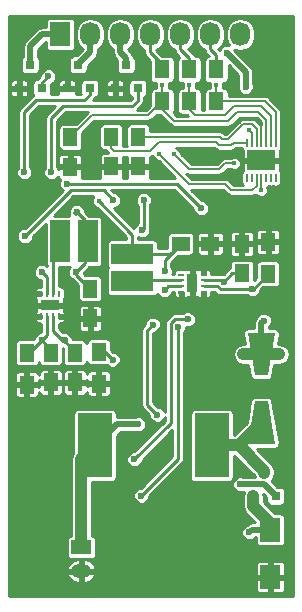
<source format=gbl>
G04 #@! TF.FileFunction,Copper,L2,Bot,Signal*
%FSLAX46Y46*%
G04 Gerber Fmt 4.6, Leading zero omitted, Abs format (unit mm)*
G04 Created by KiCad (PCBNEW 4.0.4-stable) date 01/25/17 01:32:59*
%MOMM*%
%LPD*%
G01*
G04 APERTURE LIST*
%ADD10C,0.100000*%
%ADD11R,1.600000X0.900000*%
%ADD12R,0.250000X0.500000*%
%ADD13R,2.900000X5.400000*%
%ADD14R,1.250000X1.500000*%
%ADD15R,1.500000X1.250000*%
%ADD16R,1.700000X3.600000*%
%ADD17R,3.600000X1.700000*%
%ADD18R,1.727200X2.032000*%
%ADD19O,1.727200X2.032000*%
%ADD20R,1.700000X1.200000*%
%ADD21O,1.700000X1.200000*%
%ADD22R,0.800100X0.800100*%
%ADD23R,1.300000X1.500000*%
%ADD24R,1.700000X2.000000*%
%ADD25R,0.200000X0.700000*%
%ADD26R,2.350000X1.780000*%
%ADD27R,0.900000X1.600000*%
%ADD28R,0.500000X0.250000*%
%ADD29C,0.600000*%
%ADD30C,0.400000*%
%ADD31C,0.450000*%
%ADD32C,1.000000*%
%ADD33C,0.250000*%
%ADD34C,0.500000*%
%ADD35C,0.150000*%
%ADD36C,0.254000*%
G04 APERTURE END LIST*
D10*
D11*
X81915000Y-57467500D03*
D12*
X82665000Y-58417500D03*
X82165000Y-58417500D03*
X81665000Y-58417500D03*
X81165000Y-58417500D03*
X81165000Y-56517500D03*
X81665000Y-56517500D03*
X82165000Y-56517500D03*
X82665000Y-56517500D03*
D13*
X95628000Y-69342000D03*
X85728000Y-69342000D03*
D14*
X84023200Y-61488000D03*
X84023200Y-63988000D03*
X85344000Y-56090500D03*
X85344000Y-58590500D03*
X87122000Y-43200000D03*
X87122000Y-45700000D03*
X89408000Y-43200000D03*
X89408000Y-45700000D03*
X83629500Y-43263500D03*
X83629500Y-45763500D03*
X98171000Y-54780500D03*
X98171000Y-52280500D03*
D15*
X92984000Y-52260500D03*
X95484000Y-52260500D03*
D10*
G36*
X98672650Y-59814460D02*
X100971350Y-59814460D01*
X100371910Y-63416180D01*
X99272090Y-63416180D01*
X98672650Y-59814460D01*
X98672650Y-59814460D01*
G37*
G36*
X100971350Y-69217540D02*
X98672650Y-69217540D01*
X99272090Y-65615820D01*
X100371910Y-65615820D01*
X100971350Y-69217540D01*
X100971350Y-69217540D01*
G37*
D16*
X82797000Y-52070000D03*
X85097000Y-52070000D03*
D17*
X88900000Y-55442500D03*
X88900000Y-53142500D03*
D18*
X82804000Y-34544000D03*
D19*
X85344000Y-34544000D03*
X87884000Y-34544000D03*
X90424000Y-34544000D03*
X92964000Y-34544000D03*
X95504000Y-34544000D03*
X98044000Y-34544000D03*
D20*
X84582000Y-77978000D03*
D21*
X84582000Y-79978000D03*
D22*
X89342000Y-39100760D03*
X87442000Y-39100760D03*
X88392000Y-37101780D03*
X85278000Y-39100760D03*
X83378000Y-39100760D03*
X84328000Y-37101780D03*
X101026000Y-73644760D03*
X99126000Y-73644760D03*
X100076000Y-71645780D03*
X81214000Y-39100760D03*
X79314000Y-39100760D03*
X80264000Y-37101780D03*
D23*
X86055200Y-61417200D03*
X86055200Y-64117200D03*
X79959200Y-61489600D03*
X79959200Y-64189600D03*
X91440000Y-40212000D03*
X91440000Y-37512000D03*
X93726000Y-40212000D03*
X93726000Y-37512000D03*
X96012000Y-40212000D03*
X96012000Y-37512000D03*
D24*
X100584000Y-80486000D03*
X100584000Y-76486000D03*
D23*
X100393500Y-54817000D03*
X100393500Y-52117000D03*
D25*
X98622000Y-43737000D03*
X99022000Y-43737000D03*
X99422000Y-43737000D03*
X99822000Y-43737000D03*
X100222000Y-43737000D03*
X100622000Y-43737000D03*
X101022000Y-43737000D03*
X101022000Y-46687000D03*
X100622000Y-46687000D03*
X100222000Y-46687000D03*
X99822000Y-46687000D03*
X99422000Y-46687000D03*
X99022000Y-46687000D03*
X98622000Y-46687000D03*
D26*
X99822000Y-45212000D03*
D27*
X93980000Y-55626000D03*
D28*
X94930000Y-54876000D03*
X94930000Y-55376000D03*
X94930000Y-55876000D03*
X94930000Y-56376000D03*
X93030000Y-56376000D03*
X93030000Y-55876000D03*
X93030000Y-55376000D03*
X93030000Y-54876000D03*
D14*
X81991200Y-61488000D03*
X81991200Y-63988000D03*
D29*
X101346000Y-61620400D03*
X98298000Y-61620400D03*
X83159600Y-60452000D03*
X96647000Y-55499000D03*
X100012500Y-58801000D03*
X98488500Y-38989000D03*
X96901000Y-36131500D03*
X101257100Y-70408800D03*
D30*
X97028000Y-42672000D03*
D29*
X99822000Y-38608000D03*
X101092000Y-37084000D03*
X101092000Y-40132000D03*
X92456000Y-81026000D03*
X97282000Y-60706000D03*
X91186000Y-61214000D03*
X80010000Y-73660000D03*
X80010000Y-71120000D03*
X97028000Y-46482000D03*
X96266000Y-48260000D03*
X84201000Y-49593500D03*
X84137500Y-54673500D03*
X81216500Y-54673500D03*
D30*
X91440000Y-38862000D03*
X93726000Y-38862000D03*
X96012000Y-38862000D03*
D31*
X98806000Y-42672000D03*
D29*
X89408000Y-67564000D03*
X90995500Y-66738500D03*
X90614500Y-59118500D03*
X89662000Y-73596500D03*
X92773500Y-59309000D03*
X91627960Y-56194960D03*
X91627960Y-54579520D03*
D30*
X86042500Y-48641000D03*
D29*
X87223600Y-62077600D03*
X79806800Y-51612800D03*
X87249000Y-48577500D03*
X89852500Y-48577500D03*
X89725500Y-51117500D03*
X83375500Y-47180500D03*
X94742000Y-49276000D03*
X99060000Y-56134000D03*
D30*
X91186000Y-44704000D03*
D29*
X89072720Y-70520560D03*
X93599000Y-58674000D03*
D30*
X92456000Y-44704000D03*
X97536000Y-45466000D03*
X99822000Y-47752000D03*
D29*
X82042000Y-46228000D03*
X79756000Y-46228000D03*
X98044000Y-72644000D03*
X98806000Y-76708000D03*
X81788000Y-38100000D03*
X81216500Y-60452000D03*
D32*
X101346000Y-61620400D02*
X99827080Y-61620400D01*
X99827080Y-61620400D02*
X99822000Y-61615320D01*
X98298000Y-61620400D02*
X99816920Y-61620400D01*
X99816920Y-61620400D02*
X99822000Y-61615320D01*
D33*
X82165000Y-58417500D02*
X82165000Y-59629800D01*
X82165000Y-59629800D02*
X83023200Y-60488000D01*
X83023200Y-60488000D02*
X83148200Y-60488000D01*
X83148200Y-60488000D02*
X84023200Y-61363000D01*
X84023200Y-61363000D02*
X84023200Y-61488000D01*
X98171000Y-54780500D02*
X97365500Y-54780500D01*
X97365500Y-54780500D02*
X96647000Y-55499000D01*
X94930000Y-55376000D02*
X96524000Y-55376000D01*
X96524000Y-55376000D02*
X96647000Y-55499000D01*
X96647000Y-55499000D02*
X96639380Y-55491380D01*
D34*
X99822000Y-58991500D02*
X99822000Y-61615320D01*
X100012500Y-58801000D02*
X99822000Y-58991500D01*
X98488500Y-37719000D02*
X98488500Y-38989000D01*
X96901000Y-36131500D02*
X98488500Y-37719000D01*
X91440000Y-37512000D02*
X91440000Y-37084000D01*
D33*
X91440000Y-37084000D02*
X90424000Y-36068000D01*
X90424000Y-36068000D02*
X90424000Y-34544000D01*
D35*
X99822000Y-43180000D02*
X99822000Y-43737000D01*
X99822000Y-43229000D02*
X99822000Y-43180000D01*
X99822000Y-43180000D02*
X99822000Y-41910000D01*
X98044000Y-41656000D02*
X97028000Y-42672000D01*
X99568000Y-41656000D02*
X98044000Y-41656000D01*
X99822000Y-41910000D02*
X99568000Y-41656000D01*
D33*
X81216500Y-54673500D02*
X81665000Y-55122000D01*
X81665000Y-55122000D02*
X81665000Y-56517500D01*
X84201000Y-49593500D02*
X84899500Y-50292000D01*
X84899500Y-50292000D02*
X84899500Y-51872500D01*
X84899500Y-51872500D02*
X85097000Y-52070000D01*
X84137500Y-54673500D02*
X84455000Y-54356000D01*
X84899500Y-53911500D02*
X84899500Y-52267500D01*
X84455000Y-54356000D02*
X84899500Y-53911500D01*
X84899500Y-52267500D02*
X85097000Y-52070000D01*
D34*
X84201000Y-49593500D02*
X84144500Y-49650000D01*
D33*
X84144500Y-54680500D02*
X84144500Y-54891000D01*
X84137500Y-54673500D02*
X84144500Y-54680500D01*
X81208880Y-54681120D02*
X81216500Y-54673500D01*
X84144500Y-54891000D02*
X85344000Y-56090500D01*
D35*
X98622000Y-43737000D02*
X97487000Y-43737000D01*
X87122000Y-44196000D02*
X87122000Y-43200000D01*
X87376000Y-44450000D02*
X87122000Y-44196000D01*
X90424000Y-44450000D02*
X87376000Y-44450000D01*
X91186000Y-43688000D02*
X90424000Y-44450000D01*
X96012000Y-43688000D02*
X91186000Y-43688000D01*
X96266000Y-43942000D02*
X96012000Y-43688000D01*
X97282000Y-43942000D02*
X96266000Y-43942000D01*
X97487000Y-43737000D02*
X97282000Y-43942000D01*
X86106000Y-41402000D02*
X85491000Y-41402000D01*
X91440000Y-40212000D02*
X90250000Y-41402000D01*
X86106000Y-41402000D02*
X90250000Y-41402000D01*
X85491000Y-41402000D02*
X83629500Y-43263500D01*
X100222000Y-43180000D02*
X100222000Y-43737000D01*
X91440000Y-40212000D02*
X91440000Y-40894000D01*
X91440000Y-40894000D02*
X92456000Y-41910000D01*
X100222000Y-41802000D02*
X100222000Y-43180000D01*
X100222000Y-43180000D02*
X100222000Y-43229000D01*
X99568000Y-41148000D02*
X100222000Y-41802000D01*
X97790000Y-41148000D02*
X99568000Y-41148000D01*
X97028000Y-41910000D02*
X97790000Y-41148000D01*
X92456000Y-41910000D02*
X97028000Y-41910000D01*
X91440000Y-40212000D02*
X91440000Y-38862000D01*
X100622000Y-43180000D02*
X100622000Y-43737000D01*
X93726000Y-40212000D02*
X93726000Y-40894000D01*
X93726000Y-40894000D02*
X94234000Y-41402000D01*
X100622000Y-41440000D02*
X100622000Y-43180000D01*
X100622000Y-43180000D02*
X100622000Y-43229000D01*
X99822000Y-40640000D02*
X100622000Y-41440000D01*
X97536000Y-40640000D02*
X99822000Y-40640000D01*
X96774000Y-41402000D02*
X97536000Y-40640000D01*
X94234000Y-41402000D02*
X96774000Y-41402000D01*
X93726000Y-40212000D02*
X93726000Y-40640000D01*
X93726000Y-38862000D02*
X93726000Y-40212000D01*
X96012000Y-38862000D02*
X96012000Y-40212000D01*
X101022000Y-43180000D02*
X101022000Y-43737000D01*
X96012000Y-40212000D02*
X100156000Y-40212000D01*
X100156000Y-40212000D02*
X101022000Y-41078000D01*
X101022000Y-41078000D02*
X101022000Y-43180000D01*
X101022000Y-43180000D02*
X101022000Y-43229000D01*
X96012000Y-40212000D02*
X95932000Y-40212000D01*
X99022000Y-42888000D02*
X98806000Y-42672000D01*
X99022000Y-43737000D02*
X99022000Y-42888000D01*
X99422000Y-43737000D02*
X99422000Y-42526000D01*
X96286000Y-43200000D02*
X89408000Y-43200000D01*
X96520000Y-43434000D02*
X96286000Y-43200000D01*
X97028000Y-43434000D02*
X96520000Y-43434000D01*
X98298000Y-42164000D02*
X97028000Y-43434000D01*
X99060000Y-42164000D02*
X98298000Y-42164000D01*
X99422000Y-42526000D02*
X99060000Y-42164000D01*
X89642000Y-43434000D02*
X89408000Y-43200000D01*
D33*
X85728000Y-69342000D02*
X85852000Y-69342000D01*
D34*
X85852000Y-69342000D02*
X87630000Y-67564000D01*
X87630000Y-67564000D02*
X89408000Y-67564000D01*
D32*
X84582000Y-77978000D02*
X84582000Y-70488000D01*
X84582000Y-70488000D02*
X85728000Y-69342000D01*
D33*
X84582000Y-70488000D02*
X85728000Y-69342000D01*
X90995500Y-66738500D02*
X90170000Y-65913000D01*
X90170000Y-65913000D02*
X90170000Y-59563000D01*
X90170000Y-59563000D02*
X90614500Y-59118500D01*
X89662000Y-73596500D02*
X92773500Y-70485000D01*
X92773500Y-70485000D02*
X92773500Y-59309000D01*
X91627960Y-56194960D02*
X91946920Y-55876000D01*
X91946920Y-55876000D02*
X93030000Y-55876000D01*
X91630500Y-53657500D02*
X91630500Y-54576980D01*
X91630500Y-54576980D02*
X91627960Y-54579520D01*
X88900000Y-53142500D02*
X88900000Y-51498500D01*
X88900000Y-51498500D02*
X86042500Y-48641000D01*
X91630500Y-53657500D02*
X92984000Y-52304000D01*
X92984000Y-52304000D02*
X92984000Y-52260500D01*
X88900000Y-53142500D02*
X92102000Y-53142500D01*
X92102000Y-53142500D02*
X92984000Y-52260500D01*
X86055200Y-61417200D02*
X86563200Y-61417200D01*
X86563200Y-61417200D02*
X87223600Y-62077600D01*
X82550000Y-48895000D02*
X82524600Y-48895000D01*
X82524600Y-48895000D02*
X79806800Y-51612800D01*
X82550000Y-48895000D02*
X83693000Y-47752000D01*
X83693000Y-47752000D02*
X86487000Y-47752000D01*
X86487000Y-47752000D02*
X87249000Y-48577500D01*
X89852500Y-50990500D02*
X89852500Y-48577500D01*
X89725500Y-51117500D02*
X89852500Y-50990500D01*
D32*
X100076000Y-71645780D02*
X100076000Y-71521320D01*
X100076000Y-71521320D02*
X97896680Y-69342000D01*
X95628000Y-69342000D02*
X97896680Y-69342000D01*
X97896680Y-69342000D02*
X99822000Y-67416680D01*
D33*
X82165000Y-56517500D02*
X82165000Y-52702000D01*
X82165000Y-52702000D02*
X82797000Y-52070000D01*
X93030000Y-55376000D02*
X88966500Y-55376000D01*
X88966500Y-55376000D02*
X88900000Y-55442500D01*
X88948880Y-55491380D02*
X88900000Y-55442500D01*
D34*
X80264000Y-37101780D02*
X80264000Y-35560000D01*
X81280000Y-34544000D02*
X82804000Y-34544000D01*
X80264000Y-35560000D02*
X81280000Y-34544000D01*
X84328000Y-37101780D02*
X84328000Y-37084000D01*
X84328000Y-37084000D02*
X85344000Y-36068000D01*
X85344000Y-36068000D02*
X85344000Y-34544000D01*
X88392000Y-37101780D02*
X88392000Y-36576000D01*
X87884000Y-36068000D02*
X87884000Y-34544000D01*
X88392000Y-36576000D02*
X87884000Y-36068000D01*
D33*
X93726000Y-37512000D02*
X93726000Y-36576000D01*
X92964000Y-35814000D02*
X92964000Y-34544000D01*
X93726000Y-36576000D02*
X92964000Y-35814000D01*
X96012000Y-37512000D02*
X96012000Y-36322000D01*
X95504000Y-35814000D02*
X95504000Y-34544000D01*
X96012000Y-36322000D02*
X95504000Y-35814000D01*
X83375500Y-47180500D02*
X83375500Y-47180500D01*
X83375500Y-47180500D02*
X83693000Y-47180500D01*
X83693000Y-47180500D02*
X92646500Y-47180500D01*
X92646500Y-47180500D02*
X94742000Y-49276000D01*
X98635736Y-56134000D02*
X99060000Y-56134000D01*
X99060000Y-56134000D02*
X99060000Y-56141620D01*
X99060000Y-56141620D02*
X99068880Y-56141620D01*
X96356998Y-56134000D02*
X98635736Y-56134000D01*
X96098998Y-55876000D02*
X96356998Y-56134000D01*
X94930000Y-55876000D02*
X96098998Y-55876000D01*
X99068880Y-56141620D02*
X100393500Y-54817000D01*
D35*
X91186000Y-44704000D02*
X93726000Y-47244000D01*
X93726000Y-47244000D02*
X96774000Y-47244000D01*
X96774000Y-47244000D02*
X97282000Y-47752000D01*
X97282000Y-47752000D02*
X99060000Y-47752000D01*
X99060000Y-47752000D02*
X99422000Y-47390000D01*
X99422000Y-47390000D02*
X99422000Y-46687000D01*
D33*
X93599000Y-58674000D02*
X92483498Y-58674000D01*
X92483498Y-58674000D02*
X92148499Y-59008999D01*
X92148499Y-59008999D02*
X92148499Y-67444781D01*
X92148499Y-67444781D02*
X89072720Y-70520560D01*
D35*
X92456000Y-44704000D02*
X93726000Y-45974000D01*
X93726000Y-45974000D02*
X96266000Y-45974000D01*
X96266000Y-45974000D02*
X96774000Y-45466000D01*
X96774000Y-45466000D02*
X97536000Y-45466000D01*
X99822000Y-47752000D02*
X99822000Y-46687000D01*
D33*
X89342000Y-39100760D02*
X89342000Y-40198000D01*
X82042000Y-41656000D02*
X82042000Y-46228000D01*
X83058000Y-40640000D02*
X82042000Y-41656000D01*
X88900000Y-40640000D02*
X83058000Y-40640000D01*
X89342000Y-40198000D02*
X88900000Y-40640000D01*
X85278000Y-39100760D02*
X85278000Y-39690000D01*
X79756000Y-41148000D02*
X79756000Y-46228000D01*
X80772000Y-40132000D02*
X79756000Y-41148000D01*
X84836000Y-40132000D02*
X80772000Y-40132000D01*
X85278000Y-39690000D02*
X84836000Y-40132000D01*
D34*
X100076000Y-72644000D02*
X101026000Y-73594000D01*
X98044000Y-72644000D02*
X100076000Y-72644000D01*
X101026000Y-73594000D02*
X101026000Y-73644760D01*
X99028000Y-76486000D02*
X100584000Y-76486000D01*
X98806000Y-76708000D02*
X99028000Y-76486000D01*
D32*
X100584000Y-76486000D02*
X100584000Y-75946000D01*
X100584000Y-75946000D02*
X99126000Y-74488000D01*
X99126000Y-74488000D02*
X99126000Y-73644760D01*
D33*
X81214000Y-39100760D02*
X81214000Y-38674000D01*
X81214000Y-38674000D02*
X81788000Y-38100000D01*
X81991200Y-61488000D02*
X81991200Y-61226700D01*
X81991200Y-61226700D02*
X81216500Y-60452000D01*
X81665000Y-58417500D02*
X81665000Y-60003500D01*
X81665000Y-60003500D02*
X81216500Y-60452000D01*
X81208880Y-60444380D02*
X81208880Y-60443120D01*
X81216500Y-60452000D02*
X81208880Y-60444380D01*
X81208880Y-60443120D02*
X80200500Y-61451500D01*
D36*
G36*
X102512000Y-82084000D02*
X78424000Y-82084000D01*
X78424000Y-80255607D01*
X83391098Y-80255607D01*
X83399122Y-80328460D01*
X83604248Y-80658780D01*
X83920168Y-80885457D01*
X84298785Y-80973982D01*
X84455000Y-80871666D01*
X84455000Y-80105000D01*
X84709000Y-80105000D01*
X84709000Y-80871666D01*
X84865215Y-80973982D01*
X85243832Y-80885457D01*
X85490805Y-80708250D01*
X99353000Y-80708250D01*
X99353000Y-81561786D01*
X99411004Y-81701820D01*
X99518181Y-81808996D01*
X99658215Y-81867000D01*
X100361750Y-81867000D01*
X100457000Y-81771750D01*
X100457000Y-80613000D01*
X100711000Y-80613000D01*
X100711000Y-81771750D01*
X100806250Y-81867000D01*
X101509785Y-81867000D01*
X101649819Y-81808996D01*
X101756996Y-81701820D01*
X101815000Y-81561786D01*
X101815000Y-80708250D01*
X101719750Y-80613000D01*
X100711000Y-80613000D01*
X100457000Y-80613000D01*
X99448250Y-80613000D01*
X99353000Y-80708250D01*
X85490805Y-80708250D01*
X85559752Y-80658780D01*
X85764878Y-80328460D01*
X85772902Y-80255607D01*
X85708598Y-80105000D01*
X84709000Y-80105000D01*
X84455000Y-80105000D01*
X83455402Y-80105000D01*
X83391098Y-80255607D01*
X78424000Y-80255607D01*
X78424000Y-79700393D01*
X83391098Y-79700393D01*
X83455402Y-79851000D01*
X84455000Y-79851000D01*
X84455000Y-79084334D01*
X84709000Y-79084334D01*
X84709000Y-79851000D01*
X85708598Y-79851000D01*
X85772902Y-79700393D01*
X85764878Y-79627540D01*
X85629921Y-79410214D01*
X99353000Y-79410214D01*
X99353000Y-80263750D01*
X99448250Y-80359000D01*
X100457000Y-80359000D01*
X100457000Y-79200250D01*
X100711000Y-79200250D01*
X100711000Y-80359000D01*
X101719750Y-80359000D01*
X101815000Y-80263750D01*
X101815000Y-79410214D01*
X101756996Y-79270180D01*
X101649819Y-79163004D01*
X101509785Y-79105000D01*
X100806250Y-79105000D01*
X100711000Y-79200250D01*
X100457000Y-79200250D01*
X100361750Y-79105000D01*
X99658215Y-79105000D01*
X99518181Y-79163004D01*
X99411004Y-79270180D01*
X99353000Y-79410214D01*
X85629921Y-79410214D01*
X85559752Y-79297220D01*
X85243832Y-79070543D01*
X84865215Y-78982018D01*
X84709000Y-79084334D01*
X84455000Y-79084334D01*
X84298785Y-78982018D01*
X83920168Y-79070543D01*
X83604248Y-79297220D01*
X83399122Y-79627540D01*
X83391098Y-79700393D01*
X78424000Y-79700393D01*
X78424000Y-77378000D01*
X83343536Y-77378000D01*
X83343536Y-78578000D01*
X83370103Y-78719190D01*
X83453546Y-78848865D01*
X83580866Y-78935859D01*
X83732000Y-78966464D01*
X85432000Y-78966464D01*
X85573190Y-78939897D01*
X85702865Y-78856454D01*
X85789859Y-78729134D01*
X85820464Y-78578000D01*
X85820464Y-77378000D01*
X85793897Y-77236810D01*
X85710454Y-77107135D01*
X85583134Y-77020141D01*
X85463000Y-76995814D01*
X85463000Y-72430464D01*
X87178000Y-72430464D01*
X87319190Y-72403897D01*
X87448865Y-72320454D01*
X87535859Y-72193134D01*
X87566464Y-72042000D01*
X87566464Y-70655425D01*
X88391602Y-70655425D01*
X88495059Y-70905812D01*
X88686461Y-71097547D01*
X88936666Y-71201442D01*
X89207585Y-71201678D01*
X89457972Y-71098221D01*
X89649707Y-70906819D01*
X89753602Y-70656614D01*
X89753690Y-70555182D01*
X92267500Y-68041372D01*
X92267500Y-70275408D01*
X89627439Y-72915469D01*
X89527135Y-72915382D01*
X89276748Y-73018839D01*
X89085013Y-73210241D01*
X88981118Y-73460446D01*
X88980882Y-73731365D01*
X89084339Y-73981752D01*
X89275741Y-74173487D01*
X89525946Y-74277382D01*
X89796865Y-74277618D01*
X90047252Y-74174161D01*
X90238987Y-73982759D01*
X90342882Y-73732554D01*
X90342970Y-73631122D01*
X93131296Y-70842796D01*
X93240983Y-70678638D01*
X93279500Y-70485000D01*
X93279500Y-66642000D01*
X93789536Y-66642000D01*
X93789536Y-72042000D01*
X93816103Y-72183190D01*
X93899546Y-72312865D01*
X94026866Y-72399859D01*
X94178000Y-72430464D01*
X97078000Y-72430464D01*
X97219190Y-72403897D01*
X97348865Y-72320454D01*
X97435859Y-72193134D01*
X97466464Y-72042000D01*
X97466464Y-70223000D01*
X97531758Y-70223000D01*
X99254707Y-71945949D01*
X99262062Y-71982924D01*
X99282158Y-72013000D01*
X98300182Y-72013000D01*
X98180054Y-71963118D01*
X97909135Y-71962882D01*
X97658748Y-72066339D01*
X97467013Y-72257741D01*
X97363118Y-72507946D01*
X97362882Y-72778865D01*
X97466339Y-73029252D01*
X97657741Y-73220987D01*
X97907946Y-73324882D01*
X98178865Y-73325118D01*
X98300161Y-73275000D01*
X98333855Y-73275000D01*
X98312062Y-73307616D01*
X98245000Y-73644760D01*
X98245000Y-74488000D01*
X98312062Y-74825144D01*
X98503039Y-75110961D01*
X99247078Y-75855000D01*
X99028000Y-75855000D01*
X98826589Y-75895063D01*
X98786526Y-75903032D01*
X98581815Y-76039816D01*
X98540964Y-76080667D01*
X98420748Y-76130339D01*
X98229013Y-76321741D01*
X98125118Y-76571946D01*
X98124882Y-76842865D01*
X98228339Y-77093252D01*
X98419741Y-77284987D01*
X98669946Y-77388882D01*
X98940865Y-77389118D01*
X99191252Y-77285661D01*
X99345536Y-77131645D01*
X99345536Y-77486000D01*
X99372103Y-77627190D01*
X99455546Y-77756865D01*
X99582866Y-77843859D01*
X99734000Y-77874464D01*
X101434000Y-77874464D01*
X101575190Y-77847897D01*
X101704865Y-77764454D01*
X101791859Y-77637134D01*
X101822464Y-77486000D01*
X101822464Y-75486000D01*
X101795897Y-75344810D01*
X101712454Y-75215135D01*
X101585134Y-75128141D01*
X101434000Y-75097536D01*
X100981458Y-75097536D01*
X100007000Y-74123078D01*
X100007000Y-73644760D01*
X99962953Y-73423321D01*
X100237486Y-73697854D01*
X100237486Y-74044810D01*
X100264053Y-74186000D01*
X100347496Y-74315675D01*
X100474816Y-74402669D01*
X100625950Y-74433274D01*
X101426050Y-74433274D01*
X101567240Y-74406707D01*
X101696915Y-74323264D01*
X101783909Y-74195944D01*
X101814514Y-74044810D01*
X101814514Y-73244710D01*
X101787947Y-73103520D01*
X101704504Y-72973845D01*
X101577184Y-72886851D01*
X101426050Y-72856246D01*
X101180614Y-72856246D01*
X100687125Y-72362757D01*
X100746915Y-72324284D01*
X100833909Y-72196964D01*
X100864514Y-72045830D01*
X100864514Y-72020974D01*
X100889938Y-71982924D01*
X100957000Y-71645780D01*
X100957000Y-71521320D01*
X100889938Y-71184176D01*
X100838425Y-71107082D01*
X100837947Y-71104540D01*
X100754504Y-70974865D01*
X100746365Y-70969304D01*
X100698961Y-70898359D01*
X99406606Y-69606004D01*
X100971350Y-69606004D01*
X101170038Y-69551347D01*
X101284254Y-69447747D01*
X101349165Y-69307873D01*
X101354543Y-69153765D01*
X100755103Y-65552045D01*
X100733807Y-65474630D01*
X100650364Y-65344955D01*
X100523044Y-65257961D01*
X100371910Y-65227356D01*
X99272090Y-65227356D01*
X99192230Y-65235653D01*
X99050615Y-65296675D01*
X98943899Y-65407986D01*
X98888897Y-65552045D01*
X98579059Y-67413699D01*
X97531758Y-68461000D01*
X97466464Y-68461000D01*
X97466464Y-66642000D01*
X97439897Y-66500810D01*
X97356454Y-66371135D01*
X97229134Y-66284141D01*
X97078000Y-66253536D01*
X94178000Y-66253536D01*
X94036810Y-66280103D01*
X93907135Y-66363546D01*
X93820141Y-66490866D01*
X93789536Y-66642000D01*
X93279500Y-66642000D01*
X93279500Y-61620400D01*
X97417000Y-61620400D01*
X97484062Y-61957544D01*
X97675039Y-62243361D01*
X97960856Y-62434338D01*
X98298000Y-62501400D01*
X98726035Y-62501400D01*
X98888897Y-63479955D01*
X98910193Y-63557370D01*
X98993636Y-63687045D01*
X99120956Y-63774039D01*
X99272090Y-63804644D01*
X100371910Y-63804644D01*
X100451770Y-63796347D01*
X100593385Y-63735325D01*
X100700101Y-63624014D01*
X100755103Y-63479955D01*
X100917965Y-62501400D01*
X101346000Y-62501400D01*
X101683144Y-62434338D01*
X101968961Y-62243361D01*
X102159938Y-61957544D01*
X102227000Y-61620400D01*
X102159938Y-61283256D01*
X101968961Y-60997439D01*
X101683144Y-60806462D01*
X101346000Y-60739400D01*
X101211218Y-60739400D01*
X101354543Y-59878235D01*
X101333247Y-59673270D01*
X101249804Y-59543595D01*
X101122484Y-59456601D01*
X100971350Y-59425996D01*
X100453000Y-59425996D01*
X100453000Y-59323509D01*
X100589487Y-59187259D01*
X100693382Y-58937054D01*
X100693618Y-58666135D01*
X100590161Y-58415748D01*
X100398759Y-58224013D01*
X100148554Y-58120118D01*
X99877635Y-58119882D01*
X99627248Y-58223339D01*
X99435513Y-58414741D01*
X99385182Y-58535950D01*
X99375816Y-58545316D01*
X99239032Y-58750027D01*
X99191000Y-58991500D01*
X99191000Y-59425996D01*
X98672650Y-59425996D01*
X98473962Y-59480653D01*
X98359746Y-59584253D01*
X98294835Y-59724127D01*
X98289457Y-59878235D01*
X98432782Y-60739400D01*
X98298000Y-60739400D01*
X97960856Y-60806462D01*
X97675039Y-60997439D01*
X97484062Y-61283256D01*
X97417000Y-61620400D01*
X93279500Y-61620400D01*
X93279500Y-59766123D01*
X93350487Y-59695259D01*
X93454382Y-59445054D01*
X93454464Y-59351360D01*
X93462946Y-59354882D01*
X93733865Y-59355118D01*
X93984252Y-59251661D01*
X94175987Y-59060259D01*
X94279882Y-58810054D01*
X94280118Y-58539135D01*
X94176661Y-58288748D01*
X93985259Y-58097013D01*
X93735054Y-57993118D01*
X93464135Y-57992882D01*
X93213748Y-58096339D01*
X93141962Y-58168000D01*
X92483498Y-58168000D01*
X92289860Y-58206517D01*
X92125702Y-58316204D01*
X91790703Y-58651203D01*
X91681016Y-58815361D01*
X91642499Y-59008999D01*
X91642499Y-66521060D01*
X91573161Y-66353248D01*
X91381759Y-66161513D01*
X91131554Y-66057618D01*
X91030122Y-66057530D01*
X90676000Y-65703408D01*
X90676000Y-59799554D01*
X90749365Y-59799618D01*
X90999752Y-59696161D01*
X91191487Y-59504759D01*
X91295382Y-59254554D01*
X91295618Y-58983635D01*
X91192161Y-58733248D01*
X91000759Y-58541513D01*
X90750554Y-58437618D01*
X90479635Y-58437382D01*
X90229248Y-58540839D01*
X90037513Y-58732241D01*
X89933618Y-58982446D01*
X89933530Y-59083878D01*
X89812204Y-59205204D01*
X89702517Y-59369362D01*
X89664000Y-59563000D01*
X89664000Y-65913000D01*
X89702517Y-66106638D01*
X89812204Y-66270796D01*
X90314469Y-66773061D01*
X90314382Y-66873365D01*
X90417839Y-67123752D01*
X90609241Y-67315487D01*
X90859446Y-67419382D01*
X91130365Y-67419618D01*
X91380752Y-67316161D01*
X91572487Y-67124759D01*
X91642499Y-66956153D01*
X91642499Y-67235189D01*
X89038159Y-69839529D01*
X88937855Y-69839442D01*
X88687468Y-69942899D01*
X88495733Y-70134301D01*
X88391838Y-70384506D01*
X88391602Y-70655425D01*
X87566464Y-70655425D01*
X87566464Y-68519905D01*
X87891369Y-68195000D01*
X89151818Y-68195000D01*
X89271946Y-68244882D01*
X89542865Y-68245118D01*
X89793252Y-68141661D01*
X89984987Y-67950259D01*
X90088882Y-67700054D01*
X90089118Y-67429135D01*
X89985661Y-67178748D01*
X89794259Y-66987013D01*
X89544054Y-66883118D01*
X89273135Y-66882882D01*
X89151839Y-66933000D01*
X87630000Y-66933000D01*
X87566464Y-66945638D01*
X87566464Y-66642000D01*
X87539897Y-66500810D01*
X87456454Y-66371135D01*
X87329134Y-66284141D01*
X87178000Y-66253536D01*
X84278000Y-66253536D01*
X84136810Y-66280103D01*
X84007135Y-66363546D01*
X83920141Y-66490866D01*
X83889536Y-66642000D01*
X83889536Y-69969057D01*
X83768062Y-70150856D01*
X83701000Y-70488000D01*
X83701000Y-76995369D01*
X83590810Y-77016103D01*
X83461135Y-77099546D01*
X83374141Y-77226866D01*
X83343536Y-77378000D01*
X78424000Y-77378000D01*
X78424000Y-64411850D01*
X78928200Y-64411850D01*
X78928200Y-65015386D01*
X78986204Y-65155420D01*
X79093381Y-65262596D01*
X79233415Y-65320600D01*
X79736950Y-65320600D01*
X79832200Y-65225350D01*
X79832200Y-64316600D01*
X80086200Y-64316600D01*
X80086200Y-65225350D01*
X80181450Y-65320600D01*
X80684985Y-65320600D01*
X80825019Y-65262596D01*
X80932196Y-65155420D01*
X80990200Y-65015386D01*
X80990200Y-64825857D01*
X81043204Y-64953820D01*
X81150381Y-65060996D01*
X81290415Y-65119000D01*
X81768950Y-65119000D01*
X81864200Y-65023750D01*
X81864200Y-64115000D01*
X82118200Y-64115000D01*
X82118200Y-65023750D01*
X82213450Y-65119000D01*
X82691985Y-65119000D01*
X82832019Y-65060996D01*
X82939196Y-64953820D01*
X82997200Y-64813786D01*
X82997200Y-64210250D01*
X83017200Y-64210250D01*
X83017200Y-64813786D01*
X83075204Y-64953820D01*
X83182381Y-65060996D01*
X83322415Y-65119000D01*
X83800950Y-65119000D01*
X83896200Y-65023750D01*
X83896200Y-64115000D01*
X84150200Y-64115000D01*
X84150200Y-65023750D01*
X84245450Y-65119000D01*
X84723985Y-65119000D01*
X84864019Y-65060996D01*
X84971196Y-64953820D01*
X85024200Y-64825857D01*
X85024200Y-64942986D01*
X85082204Y-65083020D01*
X85189381Y-65190196D01*
X85329415Y-65248200D01*
X85832950Y-65248200D01*
X85928200Y-65152950D01*
X85928200Y-64244200D01*
X86182200Y-64244200D01*
X86182200Y-65152950D01*
X86277450Y-65248200D01*
X86780985Y-65248200D01*
X86921019Y-65190196D01*
X87028196Y-65083020D01*
X87086200Y-64942986D01*
X87086200Y-64339450D01*
X86990950Y-64244200D01*
X86182200Y-64244200D01*
X85928200Y-64244200D01*
X85119450Y-64244200D01*
X85029200Y-64334450D01*
X85029200Y-64210250D01*
X84933950Y-64115000D01*
X84150200Y-64115000D01*
X83896200Y-64115000D01*
X83112450Y-64115000D01*
X83017200Y-64210250D01*
X82997200Y-64210250D01*
X82901950Y-64115000D01*
X82118200Y-64115000D01*
X81864200Y-64115000D01*
X81080450Y-64115000D01*
X80985200Y-64210250D01*
X80985200Y-64406850D01*
X80894950Y-64316600D01*
X80086200Y-64316600D01*
X79832200Y-64316600D01*
X79023450Y-64316600D01*
X78928200Y-64411850D01*
X78424000Y-64411850D01*
X78424000Y-63363814D01*
X78928200Y-63363814D01*
X78928200Y-63967350D01*
X79023450Y-64062600D01*
X79832200Y-64062600D01*
X79832200Y-63153850D01*
X80086200Y-63153850D01*
X80086200Y-64062600D01*
X80894950Y-64062600D01*
X80990200Y-63967350D01*
X80990200Y-63770750D01*
X81080450Y-63861000D01*
X81864200Y-63861000D01*
X81864200Y-62952250D01*
X82118200Y-62952250D01*
X82118200Y-63861000D01*
X82901950Y-63861000D01*
X82997200Y-63765750D01*
X82997200Y-63162214D01*
X83017200Y-63162214D01*
X83017200Y-63765750D01*
X83112450Y-63861000D01*
X83896200Y-63861000D01*
X83896200Y-62952250D01*
X84150200Y-62952250D01*
X84150200Y-63861000D01*
X84933950Y-63861000D01*
X85024200Y-63770750D01*
X85024200Y-63894950D01*
X85119450Y-63990200D01*
X85928200Y-63990200D01*
X85928200Y-63081450D01*
X86182200Y-63081450D01*
X86182200Y-63990200D01*
X86990950Y-63990200D01*
X87086200Y-63894950D01*
X87086200Y-63291414D01*
X87028196Y-63151380D01*
X86921019Y-63044204D01*
X86780985Y-62986200D01*
X86277450Y-62986200D01*
X86182200Y-63081450D01*
X85928200Y-63081450D01*
X85832950Y-62986200D01*
X85329415Y-62986200D01*
X85189381Y-63044204D01*
X85082204Y-63151380D01*
X85029200Y-63279343D01*
X85029200Y-63162214D01*
X84971196Y-63022180D01*
X84864019Y-62915004D01*
X84723985Y-62857000D01*
X84245450Y-62857000D01*
X84150200Y-62952250D01*
X83896200Y-62952250D01*
X83800950Y-62857000D01*
X83322415Y-62857000D01*
X83182381Y-62915004D01*
X83075204Y-63022180D01*
X83017200Y-63162214D01*
X82997200Y-63162214D01*
X82939196Y-63022180D01*
X82832019Y-62915004D01*
X82691985Y-62857000D01*
X82213450Y-62857000D01*
X82118200Y-62952250D01*
X81864200Y-62952250D01*
X81768950Y-62857000D01*
X81290415Y-62857000D01*
X81150381Y-62915004D01*
X81043204Y-63022180D01*
X80985200Y-63162214D01*
X80985200Y-63351743D01*
X80932196Y-63223780D01*
X80825019Y-63116604D01*
X80684985Y-63058600D01*
X80181450Y-63058600D01*
X80086200Y-63153850D01*
X79832200Y-63153850D01*
X79736950Y-63058600D01*
X79233415Y-63058600D01*
X79093381Y-63116604D01*
X78986204Y-63223780D01*
X78928200Y-63363814D01*
X78424000Y-63363814D01*
X78424000Y-60739600D01*
X78920736Y-60739600D01*
X78920736Y-62239600D01*
X78947303Y-62380790D01*
X79030746Y-62510465D01*
X79158066Y-62597459D01*
X79309200Y-62628064D01*
X80609200Y-62628064D01*
X80750390Y-62601497D01*
X80880065Y-62518054D01*
X80967059Y-62390734D01*
X80987490Y-62289840D01*
X81004303Y-62379190D01*
X81087746Y-62508865D01*
X81215066Y-62595859D01*
X81366200Y-62626464D01*
X82616200Y-62626464D01*
X82757390Y-62599897D01*
X82887065Y-62516454D01*
X82974059Y-62389134D01*
X83004664Y-62238000D01*
X83004664Y-61125041D01*
X83009736Y-61127148D01*
X83009736Y-62238000D01*
X83036303Y-62379190D01*
X83119746Y-62508865D01*
X83247066Y-62595859D01*
X83398200Y-62626464D01*
X84648200Y-62626464D01*
X84789390Y-62599897D01*
X84919065Y-62516454D01*
X85006059Y-62389134D01*
X85033240Y-62254909D01*
X85043303Y-62308390D01*
X85126746Y-62438065D01*
X85254066Y-62525059D01*
X85405200Y-62555664D01*
X86705200Y-62555664D01*
X86733310Y-62550375D01*
X86837341Y-62654587D01*
X87087546Y-62758482D01*
X87358465Y-62758718D01*
X87608852Y-62655261D01*
X87800587Y-62463859D01*
X87904482Y-62213654D01*
X87904718Y-61942735D01*
X87801261Y-61692348D01*
X87609859Y-61500613D01*
X87359654Y-61396718D01*
X87258222Y-61396630D01*
X87093664Y-61232072D01*
X87093664Y-60667200D01*
X87067097Y-60526010D01*
X86983654Y-60396335D01*
X86856334Y-60309341D01*
X86705200Y-60278736D01*
X85405200Y-60278736D01*
X85264010Y-60305303D01*
X85134335Y-60388746D01*
X85047341Y-60516066D01*
X85020160Y-60650291D01*
X85010097Y-60596810D01*
X84926654Y-60467135D01*
X84799334Y-60380141D01*
X84648200Y-60349536D01*
X83840690Y-60349536D01*
X83840718Y-60317135D01*
X83737261Y-60066748D01*
X83545859Y-59875013D01*
X83295654Y-59771118D01*
X83024735Y-59770882D01*
X83022569Y-59771777D01*
X82671000Y-59420208D01*
X82671000Y-59048500D01*
X82792002Y-59048500D01*
X82792002Y-59017752D01*
X82822750Y-59048500D01*
X82865785Y-59048500D01*
X83005819Y-58990496D01*
X83112996Y-58883320D01*
X83142227Y-58812750D01*
X84338000Y-58812750D01*
X84338000Y-59416286D01*
X84396004Y-59556320D01*
X84503181Y-59663496D01*
X84643215Y-59721500D01*
X85121750Y-59721500D01*
X85217000Y-59626250D01*
X85217000Y-58717500D01*
X85471000Y-58717500D01*
X85471000Y-59626250D01*
X85566250Y-59721500D01*
X86044785Y-59721500D01*
X86184819Y-59663496D01*
X86291996Y-59556320D01*
X86350000Y-59416286D01*
X86350000Y-58812750D01*
X86254750Y-58717500D01*
X85471000Y-58717500D01*
X85217000Y-58717500D01*
X84433250Y-58717500D01*
X84338000Y-58812750D01*
X83142227Y-58812750D01*
X83171000Y-58743286D01*
X83171000Y-58637750D01*
X83075750Y-58542500D01*
X82727500Y-58542500D01*
X82727500Y-58564500D01*
X82678464Y-58564500D01*
X82678464Y-58298500D01*
X82790785Y-58298500D01*
X82805270Y-58292500D01*
X83075750Y-58292500D01*
X83171000Y-58197250D01*
X83171000Y-58091714D01*
X83112996Y-57951680D01*
X83096000Y-57934684D01*
X83096000Y-57764714D01*
X84338000Y-57764714D01*
X84338000Y-58368250D01*
X84433250Y-58463500D01*
X85217000Y-58463500D01*
X85217000Y-57554750D01*
X85471000Y-57554750D01*
X85471000Y-58463500D01*
X86254750Y-58463500D01*
X86350000Y-58368250D01*
X86350000Y-57764714D01*
X86291996Y-57624680D01*
X86184819Y-57517504D01*
X86044785Y-57459500D01*
X85566250Y-57459500D01*
X85471000Y-57554750D01*
X85217000Y-57554750D01*
X85121750Y-57459500D01*
X84643215Y-57459500D01*
X84503181Y-57517504D01*
X84396004Y-57624680D01*
X84338000Y-57764714D01*
X83096000Y-57764714D01*
X83096000Y-57689750D01*
X83000750Y-57594500D01*
X82042000Y-57594500D01*
X82042000Y-57614500D01*
X81788000Y-57614500D01*
X81788000Y-57594500D01*
X80829250Y-57594500D01*
X80734000Y-57689750D01*
X80734000Y-57934684D01*
X80717004Y-57951680D01*
X80659000Y-58091714D01*
X80659000Y-58197250D01*
X80754250Y-58292500D01*
X81024730Y-58292500D01*
X81039215Y-58298500D01*
X81151536Y-58298500D01*
X81151536Y-58564500D01*
X81102500Y-58564500D01*
X81102500Y-58542500D01*
X80754250Y-58542500D01*
X80659000Y-58637750D01*
X80659000Y-58743286D01*
X80717004Y-58883320D01*
X80824181Y-58990496D01*
X80964215Y-59048500D01*
X81007250Y-59048500D01*
X81037998Y-59017752D01*
X81037998Y-59048500D01*
X81159000Y-59048500D01*
X81159000Y-59770949D01*
X81081635Y-59770882D01*
X80831248Y-59874339D01*
X80639513Y-60065741D01*
X80535618Y-60315946D01*
X80535587Y-60351136D01*
X79309200Y-60351136D01*
X79168010Y-60377703D01*
X79038335Y-60461146D01*
X78951341Y-60588466D01*
X78920736Y-60739600D01*
X78424000Y-60739600D01*
X78424000Y-46362865D01*
X79074882Y-46362865D01*
X79178339Y-46613252D01*
X79369741Y-46804987D01*
X79619946Y-46908882D01*
X79890865Y-46909118D01*
X80141252Y-46805661D01*
X80332987Y-46614259D01*
X80436882Y-46364054D01*
X80437118Y-46093135D01*
X80333661Y-45842748D01*
X80262000Y-45770962D01*
X80262000Y-41357592D01*
X80981592Y-40638000D01*
X82344408Y-40638000D01*
X81684204Y-41298204D01*
X81574517Y-41462362D01*
X81536000Y-41656000D01*
X81536000Y-45770877D01*
X81465013Y-45841741D01*
X81361118Y-46091946D01*
X81360882Y-46362865D01*
X81464339Y-46613252D01*
X81655741Y-46804987D01*
X81905946Y-46908882D01*
X82176865Y-46909118D01*
X82427252Y-46805661D01*
X82618987Y-46614259D01*
X82626425Y-46596347D01*
X82681504Y-46729320D01*
X82783230Y-46831045D01*
X82694618Y-47044446D01*
X82694382Y-47315365D01*
X82797839Y-47565752D01*
X82980589Y-47748819D01*
X82243351Y-48486057D01*
X82185181Y-48524925D01*
X82166804Y-48537204D01*
X79772239Y-50931769D01*
X79671935Y-50931682D01*
X79421548Y-51035139D01*
X79229813Y-51226541D01*
X79125918Y-51476746D01*
X79125682Y-51747665D01*
X79229139Y-51998052D01*
X79420541Y-52189787D01*
X79670746Y-52293682D01*
X79941665Y-52293918D01*
X80192052Y-52190461D01*
X80383787Y-51999059D01*
X80487682Y-51748854D01*
X80487770Y-51647422D01*
X81558536Y-50576656D01*
X81558536Y-53870000D01*
X81585103Y-54011190D01*
X81659000Y-54126030D01*
X81659000Y-54152852D01*
X81602759Y-54096513D01*
X81352554Y-53992618D01*
X81081635Y-53992382D01*
X80831248Y-54095839D01*
X80639513Y-54287241D01*
X80535618Y-54537446D01*
X80535382Y-54808365D01*
X80638839Y-55058752D01*
X80830241Y-55250487D01*
X81080446Y-55354382D01*
X81159000Y-55354450D01*
X81159000Y-55886500D01*
X81037998Y-55886500D01*
X81037998Y-55917248D01*
X81007250Y-55886500D01*
X80964215Y-55886500D01*
X80824181Y-55944504D01*
X80717004Y-56051680D01*
X80659000Y-56191714D01*
X80659000Y-56297250D01*
X80754250Y-56392500D01*
X81102500Y-56392500D01*
X81102500Y-56370500D01*
X81151536Y-56370500D01*
X81151536Y-56636500D01*
X81039215Y-56636500D01*
X81024730Y-56642500D01*
X80754250Y-56642500D01*
X80659000Y-56737750D01*
X80659000Y-56843286D01*
X80717004Y-56983320D01*
X80734000Y-57000316D01*
X80734000Y-57245250D01*
X80829250Y-57340500D01*
X81788000Y-57340500D01*
X81788000Y-57320500D01*
X82042000Y-57320500D01*
X82042000Y-57340500D01*
X83000750Y-57340500D01*
X83096000Y-57245250D01*
X83096000Y-56994532D01*
X83147859Y-56918634D01*
X83178464Y-56767500D01*
X83178464Y-56267500D01*
X83151897Y-56126310D01*
X83068454Y-55996635D01*
X82941134Y-55909641D01*
X82790000Y-55879036D01*
X82671000Y-55879036D01*
X82671000Y-54258464D01*
X83589340Y-54258464D01*
X83560513Y-54287241D01*
X83456618Y-54537446D01*
X83456382Y-54808365D01*
X83559839Y-55058752D01*
X83751241Y-55250487D01*
X83814778Y-55276870D01*
X84330536Y-55792628D01*
X84330536Y-56840500D01*
X84357103Y-56981690D01*
X84440546Y-57111365D01*
X84567866Y-57198359D01*
X84719000Y-57228964D01*
X85969000Y-57228964D01*
X86110190Y-57202397D01*
X86239865Y-57118954D01*
X86326859Y-56991634D01*
X86357464Y-56840500D01*
X86357464Y-55340500D01*
X86330897Y-55199310D01*
X86247454Y-55069635D01*
X86120134Y-54982641D01*
X85969000Y-54952036D01*
X84921128Y-54952036D01*
X84806723Y-54837631D01*
X84818382Y-54809554D01*
X84818470Y-54708122D01*
X85257296Y-54269296D01*
X85264534Y-54258464D01*
X85947000Y-54258464D01*
X86088190Y-54231897D01*
X86217865Y-54148454D01*
X86304859Y-54021134D01*
X86335464Y-53870000D01*
X86335464Y-50270000D01*
X86308897Y-50128810D01*
X86225454Y-49999135D01*
X86098134Y-49912141D01*
X85947000Y-49881536D01*
X85204628Y-49881536D01*
X84882031Y-49558939D01*
X84882118Y-49458635D01*
X84778661Y-49208248D01*
X84587259Y-49016513D01*
X84337054Y-48912618D01*
X84066135Y-48912382D01*
X83815748Y-49015839D01*
X83624013Y-49207241D01*
X83520118Y-49457446D01*
X83519979Y-49617434D01*
X83513501Y-49650000D01*
X83519922Y-49682282D01*
X83519882Y-49728365D01*
X83537634Y-49771330D01*
X83559555Y-49881536D01*
X82253656Y-49881536D01*
X82831249Y-49303943D01*
X82907796Y-49252796D01*
X83902592Y-48258000D01*
X85603793Y-48258000D01*
X85550240Y-48311460D01*
X85461602Y-48524925D01*
X85461400Y-48756061D01*
X85549665Y-48969680D01*
X85712960Y-49133260D01*
X85894585Y-49208677D01*
X88394000Y-51708092D01*
X88394000Y-51904036D01*
X87100000Y-51904036D01*
X86958810Y-51930603D01*
X86829135Y-52014046D01*
X86742141Y-52141366D01*
X86711536Y-52292500D01*
X86711536Y-53992500D01*
X86738103Y-54133690D01*
X86821546Y-54263365D01*
X86863426Y-54291980D01*
X86829135Y-54314046D01*
X86742141Y-54441366D01*
X86711536Y-54592500D01*
X86711536Y-56292500D01*
X86738103Y-56433690D01*
X86821546Y-56563365D01*
X86948866Y-56650359D01*
X87100000Y-56680964D01*
X90700000Y-56680964D01*
X90841190Y-56654397D01*
X90970865Y-56570954D01*
X91017981Y-56501997D01*
X91050299Y-56580212D01*
X91241701Y-56771947D01*
X91491906Y-56875842D01*
X91762825Y-56876078D01*
X92013212Y-56772621D01*
X92204947Y-56581219D01*
X92287671Y-56382000D01*
X92399000Y-56382000D01*
X92399000Y-56503002D01*
X92429748Y-56503002D01*
X92399000Y-56533750D01*
X92399000Y-56576785D01*
X92457004Y-56716819D01*
X92564180Y-56823996D01*
X92704214Y-56882000D01*
X92809750Y-56882000D01*
X92905000Y-56786750D01*
X92905000Y-56438500D01*
X92883000Y-56438500D01*
X92883000Y-56389464D01*
X93149000Y-56389464D01*
X93149000Y-56501785D01*
X93155000Y-56516270D01*
X93155000Y-56786750D01*
X93250250Y-56882000D01*
X93355786Y-56882000D01*
X93495820Y-56823996D01*
X93512816Y-56807000D01*
X93757750Y-56807000D01*
X93853000Y-56711750D01*
X93853000Y-55753000D01*
X93833000Y-55753000D01*
X93833000Y-55499000D01*
X93853000Y-55499000D01*
X93853000Y-54540250D01*
X94107000Y-54540250D01*
X94107000Y-55499000D01*
X94127000Y-55499000D01*
X94127000Y-55753000D01*
X94107000Y-55753000D01*
X94107000Y-56711750D01*
X94202250Y-56807000D01*
X94447184Y-56807000D01*
X94464180Y-56823996D01*
X94604214Y-56882000D01*
X94709750Y-56882000D01*
X94805000Y-56786750D01*
X94805000Y-56516270D01*
X94811000Y-56501785D01*
X94811000Y-56389464D01*
X95077000Y-56389464D01*
X95077000Y-56438500D01*
X95055000Y-56438500D01*
X95055000Y-56786750D01*
X95150250Y-56882000D01*
X95255786Y-56882000D01*
X95395820Y-56823996D01*
X95502996Y-56716819D01*
X95561000Y-56576785D01*
X95561000Y-56533750D01*
X95530252Y-56503002D01*
X95561000Y-56503002D01*
X95561000Y-56382000D01*
X95889406Y-56382000D01*
X95999202Y-56491796D01*
X96163360Y-56601483D01*
X96356998Y-56640000D01*
X98602877Y-56640000D01*
X98673741Y-56710987D01*
X98923946Y-56814882D01*
X99194865Y-56815118D01*
X99445252Y-56711661D01*
X99636987Y-56520259D01*
X99740882Y-56270054D01*
X99740956Y-56185136D01*
X99970628Y-55955464D01*
X101043500Y-55955464D01*
X101184690Y-55928897D01*
X101314365Y-55845454D01*
X101401359Y-55718134D01*
X101431964Y-55567000D01*
X101431964Y-54067000D01*
X101405397Y-53925810D01*
X101321954Y-53796135D01*
X101194634Y-53709141D01*
X101043500Y-53678536D01*
X99743500Y-53678536D01*
X99602310Y-53705103D01*
X99472635Y-53788546D01*
X99385641Y-53915866D01*
X99355036Y-54067000D01*
X99355036Y-55139872D01*
X99184464Y-55310444D01*
X99184464Y-54030500D01*
X99157897Y-53889310D01*
X99074454Y-53759635D01*
X98947134Y-53672641D01*
X98796000Y-53642036D01*
X97546000Y-53642036D01*
X97404810Y-53668603D01*
X97275135Y-53752046D01*
X97188141Y-53879366D01*
X97157536Y-54030500D01*
X97157536Y-54322589D01*
X97007704Y-54422704D01*
X96612439Y-54817969D01*
X96512135Y-54817882D01*
X96385999Y-54870000D01*
X95561000Y-54870000D01*
X95561000Y-54748998D01*
X95530252Y-54748998D01*
X95561000Y-54718250D01*
X95561000Y-54675215D01*
X95502996Y-54535181D01*
X95395820Y-54428004D01*
X95255786Y-54370000D01*
X95150250Y-54370000D01*
X95055000Y-54465250D01*
X95055000Y-54813500D01*
X95077000Y-54813500D01*
X95077000Y-54862536D01*
X94811000Y-54862536D01*
X94811000Y-54750215D01*
X94805000Y-54735730D01*
X94805000Y-54465250D01*
X94709750Y-54370000D01*
X94604214Y-54370000D01*
X94464180Y-54428004D01*
X94447184Y-54445000D01*
X94202250Y-54445000D01*
X94107000Y-54540250D01*
X93853000Y-54540250D01*
X93757750Y-54445000D01*
X93507032Y-54445000D01*
X93431134Y-54393141D01*
X93280000Y-54362536D01*
X92780000Y-54362536D01*
X92638810Y-54389103D01*
X92509135Y-54472546D01*
X92422141Y-54599866D01*
X92391536Y-54751000D01*
X92391536Y-54870000D01*
X92244718Y-54870000D01*
X92308842Y-54715574D01*
X92309078Y-54444655D01*
X92205621Y-54194268D01*
X92136500Y-54125027D01*
X92136500Y-53867092D01*
X92729628Y-53273964D01*
X93734000Y-53273964D01*
X93875190Y-53247397D01*
X94004865Y-53163954D01*
X94091859Y-53036634D01*
X94122464Y-52885500D01*
X94122464Y-52482750D01*
X94353000Y-52482750D01*
X94353000Y-52961285D01*
X94411004Y-53101319D01*
X94518180Y-53208496D01*
X94658214Y-53266500D01*
X95261750Y-53266500D01*
X95357000Y-53171250D01*
X95357000Y-52387500D01*
X95611000Y-52387500D01*
X95611000Y-53171250D01*
X95706250Y-53266500D01*
X96309786Y-53266500D01*
X96449820Y-53208496D01*
X96556996Y-53101319D01*
X96615000Y-52961285D01*
X96615000Y-52502750D01*
X97165000Y-52502750D01*
X97165000Y-53106286D01*
X97223004Y-53246320D01*
X97330181Y-53353496D01*
X97470215Y-53411500D01*
X97948750Y-53411500D01*
X98044000Y-53316250D01*
X98044000Y-52407500D01*
X98298000Y-52407500D01*
X98298000Y-53316250D01*
X98393250Y-53411500D01*
X98871785Y-53411500D01*
X99011819Y-53353496D01*
X99118996Y-53246320D01*
X99177000Y-53106286D01*
X99177000Y-52502750D01*
X99081750Y-52407500D01*
X98298000Y-52407500D01*
X98044000Y-52407500D01*
X97260250Y-52407500D01*
X97165000Y-52502750D01*
X96615000Y-52502750D01*
X96615000Y-52482750D01*
X96519750Y-52387500D01*
X95611000Y-52387500D01*
X95357000Y-52387500D01*
X94448250Y-52387500D01*
X94353000Y-52482750D01*
X94122464Y-52482750D01*
X94122464Y-52339250D01*
X99362500Y-52339250D01*
X99362500Y-52942786D01*
X99420504Y-53082820D01*
X99527681Y-53189996D01*
X99667715Y-53248000D01*
X100171250Y-53248000D01*
X100266500Y-53152750D01*
X100266500Y-52244000D01*
X100520500Y-52244000D01*
X100520500Y-53152750D01*
X100615750Y-53248000D01*
X101119285Y-53248000D01*
X101259319Y-53189996D01*
X101366496Y-53082820D01*
X101424500Y-52942786D01*
X101424500Y-52339250D01*
X101329250Y-52244000D01*
X100520500Y-52244000D01*
X100266500Y-52244000D01*
X99457750Y-52244000D01*
X99362500Y-52339250D01*
X94122464Y-52339250D01*
X94122464Y-51635500D01*
X94108204Y-51559715D01*
X94353000Y-51559715D01*
X94353000Y-52038250D01*
X94448250Y-52133500D01*
X95357000Y-52133500D01*
X95357000Y-51349750D01*
X95611000Y-51349750D01*
X95611000Y-52133500D01*
X96519750Y-52133500D01*
X96615000Y-52038250D01*
X96615000Y-51559715D01*
X96571508Y-51454714D01*
X97165000Y-51454714D01*
X97165000Y-52058250D01*
X97260250Y-52153500D01*
X98044000Y-52153500D01*
X98044000Y-51244750D01*
X98298000Y-51244750D01*
X98298000Y-52153500D01*
X99081750Y-52153500D01*
X99177000Y-52058250D01*
X99177000Y-51454714D01*
X99118996Y-51314680D01*
X99095530Y-51291214D01*
X99362500Y-51291214D01*
X99362500Y-51894750D01*
X99457750Y-51990000D01*
X100266500Y-51990000D01*
X100266500Y-51081250D01*
X100520500Y-51081250D01*
X100520500Y-51990000D01*
X101329250Y-51990000D01*
X101424500Y-51894750D01*
X101424500Y-51291214D01*
X101366496Y-51151180D01*
X101259319Y-51044004D01*
X101119285Y-50986000D01*
X100615750Y-50986000D01*
X100520500Y-51081250D01*
X100266500Y-51081250D01*
X100171250Y-50986000D01*
X99667715Y-50986000D01*
X99527681Y-51044004D01*
X99420504Y-51151180D01*
X99362500Y-51291214D01*
X99095530Y-51291214D01*
X99011819Y-51207504D01*
X98871785Y-51149500D01*
X98393250Y-51149500D01*
X98298000Y-51244750D01*
X98044000Y-51244750D01*
X97948750Y-51149500D01*
X97470215Y-51149500D01*
X97330181Y-51207504D01*
X97223004Y-51314680D01*
X97165000Y-51454714D01*
X96571508Y-51454714D01*
X96556996Y-51419681D01*
X96449820Y-51312504D01*
X96309786Y-51254500D01*
X95706250Y-51254500D01*
X95611000Y-51349750D01*
X95357000Y-51349750D01*
X95261750Y-51254500D01*
X94658214Y-51254500D01*
X94518180Y-51312504D01*
X94411004Y-51419681D01*
X94353000Y-51559715D01*
X94108204Y-51559715D01*
X94095897Y-51494310D01*
X94012454Y-51364635D01*
X93885134Y-51277641D01*
X93734000Y-51247036D01*
X92234000Y-51247036D01*
X92092810Y-51273603D01*
X91963135Y-51357046D01*
X91876141Y-51484366D01*
X91845536Y-51635500D01*
X91845536Y-52636500D01*
X91088464Y-52636500D01*
X91088464Y-52292500D01*
X91061897Y-52151310D01*
X90978454Y-52021635D01*
X90851134Y-51934641D01*
X90700000Y-51904036D01*
X89406000Y-51904036D01*
X89406000Y-51722208D01*
X89589446Y-51798382D01*
X89860365Y-51798618D01*
X90110752Y-51695161D01*
X90302487Y-51503759D01*
X90406382Y-51253554D01*
X90406618Y-50982635D01*
X90358500Y-50866180D01*
X90358500Y-49034623D01*
X90429487Y-48963759D01*
X90533382Y-48713554D01*
X90533618Y-48442635D01*
X90430161Y-48192248D01*
X90238759Y-48000513D01*
X89988554Y-47896618D01*
X89717635Y-47896382D01*
X89467248Y-47999839D01*
X89275513Y-48191241D01*
X89171618Y-48441446D01*
X89171382Y-48712365D01*
X89274839Y-48962752D01*
X89346500Y-49034538D01*
X89346500Y-50537256D01*
X89340248Y-50539839D01*
X89148513Y-50731241D01*
X89060438Y-50943346D01*
X87375703Y-49258611D01*
X87383865Y-49258618D01*
X87634252Y-49155161D01*
X87825987Y-48963759D01*
X87929882Y-48713554D01*
X87930118Y-48442635D01*
X87826661Y-48192248D01*
X87635259Y-48000513D01*
X87385054Y-47896618D01*
X87309052Y-47896552D01*
X87115158Y-47686500D01*
X92436908Y-47686500D01*
X94060969Y-49310561D01*
X94060882Y-49410865D01*
X94164339Y-49661252D01*
X94355741Y-49852987D01*
X94605946Y-49956882D01*
X94876865Y-49957118D01*
X95127252Y-49853661D01*
X95318987Y-49662259D01*
X95422882Y-49412054D01*
X95423118Y-49141135D01*
X95319661Y-48890748D01*
X95128259Y-48699013D01*
X94878054Y-48595118D01*
X94776622Y-48595030D01*
X93881592Y-47700000D01*
X96585118Y-47700000D01*
X96959557Y-48074438D01*
X96959559Y-48074441D01*
X97107496Y-48173289D01*
X97282000Y-48208000D01*
X99060000Y-48208000D01*
X99234504Y-48173289D01*
X99346746Y-48098292D01*
X99492460Y-48244260D01*
X99705925Y-48332898D01*
X99937061Y-48333100D01*
X100150680Y-48244835D01*
X100314260Y-48081540D01*
X100402898Y-47868075D01*
X100403100Y-47636939D01*
X100315721Y-47425464D01*
X100322000Y-47425464D01*
X100425670Y-47405957D01*
X100522000Y-47425464D01*
X100722000Y-47425464D01*
X100825670Y-47405957D01*
X100922000Y-47425464D01*
X101122000Y-47425464D01*
X101263190Y-47398897D01*
X101392865Y-47315454D01*
X101479859Y-47188134D01*
X101510464Y-47037000D01*
X101510464Y-46337000D01*
X101483897Y-46195810D01*
X101400454Y-46066135D01*
X101378000Y-46050793D01*
X101378000Y-45434250D01*
X101282750Y-45339000D01*
X99949000Y-45339000D01*
X99949000Y-45359000D01*
X99695000Y-45359000D01*
X99695000Y-45339000D01*
X98361250Y-45339000D01*
X98266000Y-45434250D01*
X98266000Y-46048981D01*
X98251135Y-46058546D01*
X98164141Y-46185866D01*
X98133536Y-46337000D01*
X98133536Y-47037000D01*
X98160103Y-47178190D01*
X98235911Y-47296000D01*
X97470881Y-47296000D01*
X97096441Y-46921559D01*
X97055944Y-46894500D01*
X96948504Y-46822711D01*
X96774000Y-46788000D01*
X93914881Y-46788000D01*
X93463118Y-46336237D01*
X93551496Y-46395289D01*
X93726000Y-46430000D01*
X96266000Y-46430000D01*
X96440504Y-46395289D01*
X96588441Y-46296441D01*
X96962881Y-45922000D01*
X97170263Y-45922000D01*
X97206460Y-45958260D01*
X97419925Y-46046898D01*
X97651061Y-46047100D01*
X97864680Y-45958835D01*
X98028260Y-45795540D01*
X98116898Y-45582075D01*
X98117100Y-45350939D01*
X98028835Y-45137320D01*
X97865540Y-44973740D01*
X97652075Y-44885102D01*
X97420939Y-44884900D01*
X97207320Y-44973165D01*
X97170421Y-45010000D01*
X96774000Y-45010000D01*
X96599496Y-45044711D01*
X96451559Y-45143559D01*
X96451557Y-45143562D01*
X96077118Y-45518000D01*
X93914882Y-45518000D01*
X93037055Y-44640173D01*
X93037100Y-44588939D01*
X92948835Y-44375320D01*
X92785540Y-44211740D01*
X92622403Y-44144000D01*
X95823118Y-44144000D01*
X95943559Y-44264441D01*
X96091496Y-44363289D01*
X96266000Y-44398000D01*
X97282000Y-44398000D01*
X97456504Y-44363289D01*
X97604441Y-44264441D01*
X97675882Y-44193000D01*
X98153481Y-44193000D01*
X98160103Y-44228190D01*
X98243546Y-44357865D01*
X98266000Y-44373207D01*
X98266000Y-44989750D01*
X98361250Y-45085000D01*
X99695000Y-45085000D01*
X99695000Y-45065000D01*
X99949000Y-45065000D01*
X99949000Y-45085000D01*
X101282750Y-45085000D01*
X101378000Y-44989750D01*
X101378000Y-44375019D01*
X101392865Y-44365454D01*
X101479859Y-44238134D01*
X101510464Y-44087000D01*
X101510464Y-43387000D01*
X101483897Y-43245810D01*
X101478000Y-43236646D01*
X101478000Y-41078000D01*
X101443289Y-40903496D01*
X101344441Y-40755559D01*
X100478441Y-39889559D01*
X100438254Y-39862707D01*
X100330504Y-39790711D01*
X100156000Y-39756000D01*
X97050464Y-39756000D01*
X97050464Y-39462000D01*
X97023897Y-39320810D01*
X96940454Y-39191135D01*
X96813134Y-39104141D01*
X96662000Y-39073536D01*
X96553259Y-39073536D01*
X96592898Y-38978075D01*
X96593100Y-38746939D01*
X96553238Y-38650464D01*
X96662000Y-38650464D01*
X96803190Y-38623897D01*
X96932865Y-38540454D01*
X97019859Y-38413134D01*
X97050464Y-38262000D01*
X97050464Y-37173332D01*
X97857500Y-37980368D01*
X97857500Y-38732818D01*
X97807618Y-38852946D01*
X97807382Y-39123865D01*
X97910839Y-39374252D01*
X98102241Y-39565987D01*
X98352446Y-39669882D01*
X98623365Y-39670118D01*
X98873752Y-39566661D01*
X99065487Y-39375259D01*
X99169382Y-39125054D01*
X99169618Y-38854135D01*
X99119500Y-38732839D01*
X99119500Y-37719000D01*
X99071468Y-37477527D01*
X98934684Y-37272816D01*
X97528333Y-35866465D01*
X97517404Y-35840014D01*
X97567712Y-35873629D01*
X98044000Y-35968369D01*
X98520288Y-35873629D01*
X98924065Y-35603834D01*
X99193860Y-35200057D01*
X99288600Y-34723769D01*
X99288600Y-34364231D01*
X99193860Y-33887943D01*
X98924065Y-33484166D01*
X98520288Y-33214371D01*
X98044000Y-33119631D01*
X97567712Y-33214371D01*
X97163935Y-33484166D01*
X96894140Y-33887943D01*
X96799400Y-34364231D01*
X96799400Y-34723769D01*
X96894140Y-35200057D01*
X97070969Y-35464701D01*
X97037054Y-35450618D01*
X96766135Y-35450382D01*
X96515748Y-35553839D01*
X96324013Y-35745241D01*
X96273201Y-35867609D01*
X96159485Y-35753893D01*
X96384065Y-35603834D01*
X96653860Y-35200057D01*
X96748600Y-34723769D01*
X96748600Y-34364231D01*
X96653860Y-33887943D01*
X96384065Y-33484166D01*
X95980288Y-33214371D01*
X95504000Y-33119631D01*
X95027712Y-33214371D01*
X94623935Y-33484166D01*
X94354140Y-33887943D01*
X94259400Y-34364231D01*
X94259400Y-34723769D01*
X94354140Y-35200057D01*
X94623935Y-35603834D01*
X95007125Y-35859873D01*
X95036517Y-36007638D01*
X95146204Y-36171796D01*
X95350170Y-36375762D01*
X95220810Y-36400103D01*
X95091135Y-36483546D01*
X95004141Y-36610866D01*
X94973536Y-36762000D01*
X94973536Y-38262000D01*
X95000103Y-38403190D01*
X95083546Y-38532865D01*
X95210866Y-38619859D01*
X95362000Y-38650464D01*
X95470741Y-38650464D01*
X95431102Y-38745925D01*
X95430900Y-38977061D01*
X95470762Y-39073536D01*
X95362000Y-39073536D01*
X95220810Y-39100103D01*
X95091135Y-39183546D01*
X95004141Y-39310866D01*
X94973536Y-39462000D01*
X94973536Y-40946000D01*
X94764464Y-40946000D01*
X94764464Y-39462000D01*
X94737897Y-39320810D01*
X94654454Y-39191135D01*
X94527134Y-39104141D01*
X94376000Y-39073536D01*
X94267259Y-39073536D01*
X94306898Y-38978075D01*
X94307100Y-38746939D01*
X94267238Y-38650464D01*
X94376000Y-38650464D01*
X94517190Y-38623897D01*
X94646865Y-38540454D01*
X94733859Y-38413134D01*
X94764464Y-38262000D01*
X94764464Y-36762000D01*
X94737897Y-36620810D01*
X94654454Y-36491135D01*
X94527134Y-36404141D01*
X94376000Y-36373536D01*
X94187586Y-36373536D01*
X94083796Y-36218204D01*
X93619485Y-35753893D01*
X93844065Y-35603834D01*
X94113860Y-35200057D01*
X94208600Y-34723769D01*
X94208600Y-34364231D01*
X94113860Y-33887943D01*
X93844065Y-33484166D01*
X93440288Y-33214371D01*
X92964000Y-33119631D01*
X92487712Y-33214371D01*
X92083935Y-33484166D01*
X91814140Y-33887943D01*
X91719400Y-34364231D01*
X91719400Y-34723769D01*
X91814140Y-35200057D01*
X92083935Y-35603834D01*
X92467125Y-35859873D01*
X92496517Y-36007638D01*
X92606204Y-36171796D01*
X92873781Y-36439373D01*
X92805135Y-36483546D01*
X92718141Y-36610866D01*
X92687536Y-36762000D01*
X92687536Y-38262000D01*
X92714103Y-38403190D01*
X92797546Y-38532865D01*
X92924866Y-38619859D01*
X93076000Y-38650464D01*
X93184741Y-38650464D01*
X93145102Y-38745925D01*
X93144900Y-38977061D01*
X93184762Y-39073536D01*
X93076000Y-39073536D01*
X92934810Y-39100103D01*
X92805135Y-39183546D01*
X92718141Y-39310866D01*
X92687536Y-39462000D01*
X92687536Y-40962000D01*
X92714103Y-41103190D01*
X92797546Y-41232865D01*
X92924866Y-41319859D01*
X93076000Y-41350464D01*
X93537582Y-41350464D01*
X93641118Y-41454000D01*
X92644882Y-41454000D01*
X92389470Y-41198588D01*
X92447859Y-41113134D01*
X92478464Y-40962000D01*
X92478464Y-39462000D01*
X92451897Y-39320810D01*
X92368454Y-39191135D01*
X92241134Y-39104141D01*
X92090000Y-39073536D01*
X91981259Y-39073536D01*
X92020898Y-38978075D01*
X92021100Y-38746939D01*
X91981238Y-38650464D01*
X92090000Y-38650464D01*
X92231190Y-38623897D01*
X92360865Y-38540454D01*
X92447859Y-38413134D01*
X92478464Y-38262000D01*
X92478464Y-36762000D01*
X92451897Y-36620810D01*
X92368454Y-36491135D01*
X92241134Y-36404141D01*
X92090000Y-36373536D01*
X91445128Y-36373536D01*
X90930000Y-35858408D01*
X90930000Y-35853776D01*
X91304065Y-35603834D01*
X91573860Y-35200057D01*
X91668600Y-34723769D01*
X91668600Y-34364231D01*
X91573860Y-33887943D01*
X91304065Y-33484166D01*
X90900288Y-33214371D01*
X90424000Y-33119631D01*
X89947712Y-33214371D01*
X89543935Y-33484166D01*
X89274140Y-33887943D01*
X89179400Y-34364231D01*
X89179400Y-34723769D01*
X89274140Y-35200057D01*
X89543935Y-35603834D01*
X89918000Y-35853776D01*
X89918000Y-36068000D01*
X89956517Y-36261638D01*
X90066204Y-36425796D01*
X90401683Y-36761275D01*
X90401536Y-36762000D01*
X90401536Y-38262000D01*
X90428103Y-38403190D01*
X90511546Y-38532865D01*
X90638866Y-38619859D01*
X90790000Y-38650464D01*
X90898741Y-38650464D01*
X90859102Y-38745925D01*
X90858900Y-38977061D01*
X90898762Y-39073536D01*
X90790000Y-39073536D01*
X90648810Y-39100103D01*
X90519135Y-39183546D01*
X90432141Y-39310866D01*
X90401536Y-39462000D01*
X90401536Y-40605582D01*
X90061118Y-40946000D01*
X89309592Y-40946000D01*
X89699796Y-40555796D01*
X89809483Y-40391638D01*
X89848000Y-40198000D01*
X89848000Y-39869338D01*
X89883240Y-39862707D01*
X90012915Y-39779264D01*
X90099909Y-39651944D01*
X90130514Y-39500810D01*
X90130514Y-38700710D01*
X90103947Y-38559520D01*
X90020504Y-38429845D01*
X89893184Y-38342851D01*
X89742050Y-38312246D01*
X88941950Y-38312246D01*
X88800760Y-38338813D01*
X88671085Y-38422256D01*
X88584091Y-38549576D01*
X88553486Y-38700710D01*
X88553486Y-39500810D01*
X88580053Y-39642000D01*
X88663496Y-39771675D01*
X88790816Y-39858669D01*
X88836000Y-39867819D01*
X88836000Y-39988408D01*
X88690408Y-40134000D01*
X85549592Y-40134000D01*
X85635796Y-40047796D01*
X85745483Y-39883638D01*
X85746940Y-39876311D01*
X85819240Y-39862707D01*
X85948915Y-39779264D01*
X86035909Y-39651944D01*
X86066514Y-39500810D01*
X86066514Y-39323010D01*
X86660950Y-39323010D01*
X86660950Y-39576595D01*
X86718954Y-39716629D01*
X86826130Y-39823806D01*
X86966164Y-39881810D01*
X87219750Y-39881810D01*
X87315000Y-39786560D01*
X87315000Y-39227760D01*
X87569000Y-39227760D01*
X87569000Y-39786560D01*
X87664250Y-39881810D01*
X87917836Y-39881810D01*
X88057870Y-39823806D01*
X88165046Y-39716629D01*
X88223050Y-39576595D01*
X88223050Y-39323010D01*
X88127800Y-39227760D01*
X87569000Y-39227760D01*
X87315000Y-39227760D01*
X86756200Y-39227760D01*
X86660950Y-39323010D01*
X86066514Y-39323010D01*
X86066514Y-38700710D01*
X86052254Y-38624925D01*
X86660950Y-38624925D01*
X86660950Y-38878510D01*
X86756200Y-38973760D01*
X87315000Y-38973760D01*
X87315000Y-38414960D01*
X87569000Y-38414960D01*
X87569000Y-38973760D01*
X88127800Y-38973760D01*
X88223050Y-38878510D01*
X88223050Y-38624925D01*
X88165046Y-38484891D01*
X88057870Y-38377714D01*
X87917836Y-38319710D01*
X87664250Y-38319710D01*
X87569000Y-38414960D01*
X87315000Y-38414960D01*
X87219750Y-38319710D01*
X86966164Y-38319710D01*
X86826130Y-38377714D01*
X86718954Y-38484891D01*
X86660950Y-38624925D01*
X86052254Y-38624925D01*
X86039947Y-38559520D01*
X85956504Y-38429845D01*
X85829184Y-38342851D01*
X85678050Y-38312246D01*
X84877950Y-38312246D01*
X84736760Y-38338813D01*
X84607085Y-38422256D01*
X84520091Y-38549576D01*
X84489486Y-38700710D01*
X84489486Y-39500810D01*
X84513042Y-39626000D01*
X84138586Y-39626000D01*
X84159050Y-39576595D01*
X84159050Y-39323010D01*
X84063800Y-39227760D01*
X83505000Y-39227760D01*
X83505000Y-39247760D01*
X83251000Y-39247760D01*
X83251000Y-39227760D01*
X82692200Y-39227760D01*
X82596950Y-39323010D01*
X82596950Y-39576595D01*
X82617414Y-39626000D01*
X81977163Y-39626000D01*
X82002514Y-39500810D01*
X82002514Y-38748208D01*
X82173252Y-38677661D01*
X82226079Y-38624925D01*
X82596950Y-38624925D01*
X82596950Y-38878510D01*
X82692200Y-38973760D01*
X83251000Y-38973760D01*
X83251000Y-38414960D01*
X83505000Y-38414960D01*
X83505000Y-38973760D01*
X84063800Y-38973760D01*
X84159050Y-38878510D01*
X84159050Y-38624925D01*
X84101046Y-38484891D01*
X83993870Y-38377714D01*
X83853836Y-38319710D01*
X83600250Y-38319710D01*
X83505000Y-38414960D01*
X83251000Y-38414960D01*
X83155750Y-38319710D01*
X82902164Y-38319710D01*
X82762130Y-38377714D01*
X82654954Y-38484891D01*
X82596950Y-38624925D01*
X82226079Y-38624925D01*
X82364987Y-38486259D01*
X82468882Y-38236054D01*
X82469118Y-37965135D01*
X82365661Y-37714748D01*
X82174259Y-37523013D01*
X81924054Y-37419118D01*
X81653135Y-37418882D01*
X81402748Y-37522339D01*
X81211013Y-37713741D01*
X81107118Y-37963946D01*
X81107030Y-38065378D01*
X80860162Y-38312246D01*
X80813950Y-38312246D01*
X80672760Y-38338813D01*
X80543085Y-38422256D01*
X80456091Y-38549576D01*
X80425486Y-38700710D01*
X80425486Y-39500810D01*
X80452053Y-39642000D01*
X80500164Y-39716767D01*
X80414204Y-39774204D01*
X79398204Y-40790204D01*
X79288517Y-40954362D01*
X79250000Y-41148000D01*
X79250000Y-45770877D01*
X79179013Y-45841741D01*
X79075118Y-46091946D01*
X79074882Y-46362865D01*
X78424000Y-46362865D01*
X78424000Y-39323010D01*
X78532950Y-39323010D01*
X78532950Y-39576595D01*
X78590954Y-39716629D01*
X78698130Y-39823806D01*
X78838164Y-39881810D01*
X79091750Y-39881810D01*
X79187000Y-39786560D01*
X79187000Y-39227760D01*
X79441000Y-39227760D01*
X79441000Y-39786560D01*
X79536250Y-39881810D01*
X79789836Y-39881810D01*
X79929870Y-39823806D01*
X80037046Y-39716629D01*
X80095050Y-39576595D01*
X80095050Y-39323010D01*
X79999800Y-39227760D01*
X79441000Y-39227760D01*
X79187000Y-39227760D01*
X78628200Y-39227760D01*
X78532950Y-39323010D01*
X78424000Y-39323010D01*
X78424000Y-38624925D01*
X78532950Y-38624925D01*
X78532950Y-38878510D01*
X78628200Y-38973760D01*
X79187000Y-38973760D01*
X79187000Y-38414960D01*
X79441000Y-38414960D01*
X79441000Y-38973760D01*
X79999800Y-38973760D01*
X80095050Y-38878510D01*
X80095050Y-38624925D01*
X80037046Y-38484891D01*
X79929870Y-38377714D01*
X79789836Y-38319710D01*
X79536250Y-38319710D01*
X79441000Y-38414960D01*
X79187000Y-38414960D01*
X79091750Y-38319710D01*
X78838164Y-38319710D01*
X78698130Y-38377714D01*
X78590954Y-38484891D01*
X78532950Y-38624925D01*
X78424000Y-38624925D01*
X78424000Y-36701730D01*
X79475486Y-36701730D01*
X79475486Y-37501830D01*
X79502053Y-37643020D01*
X79585496Y-37772695D01*
X79712816Y-37859689D01*
X79863950Y-37890294D01*
X80664050Y-37890294D01*
X80805240Y-37863727D01*
X80934915Y-37780284D01*
X81021909Y-37652964D01*
X81052514Y-37501830D01*
X81052514Y-36701730D01*
X83539486Y-36701730D01*
X83539486Y-37501830D01*
X83566053Y-37643020D01*
X83649496Y-37772695D01*
X83776816Y-37859689D01*
X83927950Y-37890294D01*
X84728050Y-37890294D01*
X84869240Y-37863727D01*
X84998915Y-37780284D01*
X85085909Y-37652964D01*
X85116514Y-37501830D01*
X85116514Y-37187854D01*
X85790184Y-36514184D01*
X85926968Y-36309473D01*
X85975000Y-36068000D01*
X85975000Y-35770254D01*
X86224065Y-35603834D01*
X86493860Y-35200057D01*
X86588600Y-34723769D01*
X86588600Y-34364231D01*
X86639400Y-34364231D01*
X86639400Y-34723769D01*
X86734140Y-35200057D01*
X87003935Y-35603834D01*
X87253000Y-35770254D01*
X87253000Y-36068000D01*
X87301032Y-36309473D01*
X87437816Y-36514184D01*
X87607170Y-36683538D01*
X87603486Y-36701730D01*
X87603486Y-37501830D01*
X87630053Y-37643020D01*
X87713496Y-37772695D01*
X87840816Y-37859689D01*
X87991950Y-37890294D01*
X88792050Y-37890294D01*
X88933240Y-37863727D01*
X89062915Y-37780284D01*
X89149909Y-37652964D01*
X89180514Y-37501830D01*
X89180514Y-36701730D01*
X89153947Y-36560540D01*
X89070504Y-36430865D01*
X88982118Y-36370474D01*
X88974968Y-36334527D01*
X88897243Y-36218204D01*
X88838184Y-36129815D01*
X88515000Y-35806632D01*
X88515000Y-35770254D01*
X88764065Y-35603834D01*
X89033860Y-35200057D01*
X89128600Y-34723769D01*
X89128600Y-34364231D01*
X89033860Y-33887943D01*
X88764065Y-33484166D01*
X88360288Y-33214371D01*
X87884000Y-33119631D01*
X87407712Y-33214371D01*
X87003935Y-33484166D01*
X86734140Y-33887943D01*
X86639400Y-34364231D01*
X86588600Y-34364231D01*
X86493860Y-33887943D01*
X86224065Y-33484166D01*
X85820288Y-33214371D01*
X85344000Y-33119631D01*
X84867712Y-33214371D01*
X84463935Y-33484166D01*
X84194140Y-33887943D01*
X84099400Y-34364231D01*
X84099400Y-34723769D01*
X84194140Y-35200057D01*
X84463935Y-35603834D01*
X84713000Y-35770254D01*
X84713000Y-35806632D01*
X84206366Y-36313266D01*
X83927950Y-36313266D01*
X83786760Y-36339833D01*
X83657085Y-36423276D01*
X83570091Y-36550596D01*
X83539486Y-36701730D01*
X81052514Y-36701730D01*
X81025947Y-36560540D01*
X80942504Y-36430865D01*
X80895000Y-36398407D01*
X80895000Y-35821368D01*
X81541368Y-35175000D01*
X81551936Y-35175000D01*
X81551936Y-35560000D01*
X81578503Y-35701190D01*
X81661946Y-35830865D01*
X81789266Y-35917859D01*
X81940400Y-35948464D01*
X83667600Y-35948464D01*
X83808790Y-35921897D01*
X83938465Y-35838454D01*
X84025459Y-35711134D01*
X84056064Y-35560000D01*
X84056064Y-33528000D01*
X84029497Y-33386810D01*
X83946054Y-33257135D01*
X83818734Y-33170141D01*
X83667600Y-33139536D01*
X81940400Y-33139536D01*
X81799210Y-33166103D01*
X81669535Y-33249546D01*
X81582541Y-33376866D01*
X81551936Y-33528000D01*
X81551936Y-33913000D01*
X81280000Y-33913000D01*
X81038527Y-33961032D01*
X80833816Y-34097816D01*
X79817816Y-35113816D01*
X79681032Y-35318527D01*
X79633000Y-35560000D01*
X79633000Y-36397592D01*
X79593085Y-36423276D01*
X79506091Y-36550596D01*
X79475486Y-36701730D01*
X78424000Y-36701730D01*
X78424000Y-32996000D01*
X102512000Y-32996000D01*
X102512000Y-82084000D01*
X102512000Y-82084000D01*
G37*
X102512000Y-82084000D02*
X78424000Y-82084000D01*
X78424000Y-80255607D01*
X83391098Y-80255607D01*
X83399122Y-80328460D01*
X83604248Y-80658780D01*
X83920168Y-80885457D01*
X84298785Y-80973982D01*
X84455000Y-80871666D01*
X84455000Y-80105000D01*
X84709000Y-80105000D01*
X84709000Y-80871666D01*
X84865215Y-80973982D01*
X85243832Y-80885457D01*
X85490805Y-80708250D01*
X99353000Y-80708250D01*
X99353000Y-81561786D01*
X99411004Y-81701820D01*
X99518181Y-81808996D01*
X99658215Y-81867000D01*
X100361750Y-81867000D01*
X100457000Y-81771750D01*
X100457000Y-80613000D01*
X100711000Y-80613000D01*
X100711000Y-81771750D01*
X100806250Y-81867000D01*
X101509785Y-81867000D01*
X101649819Y-81808996D01*
X101756996Y-81701820D01*
X101815000Y-81561786D01*
X101815000Y-80708250D01*
X101719750Y-80613000D01*
X100711000Y-80613000D01*
X100457000Y-80613000D01*
X99448250Y-80613000D01*
X99353000Y-80708250D01*
X85490805Y-80708250D01*
X85559752Y-80658780D01*
X85764878Y-80328460D01*
X85772902Y-80255607D01*
X85708598Y-80105000D01*
X84709000Y-80105000D01*
X84455000Y-80105000D01*
X83455402Y-80105000D01*
X83391098Y-80255607D01*
X78424000Y-80255607D01*
X78424000Y-79700393D01*
X83391098Y-79700393D01*
X83455402Y-79851000D01*
X84455000Y-79851000D01*
X84455000Y-79084334D01*
X84709000Y-79084334D01*
X84709000Y-79851000D01*
X85708598Y-79851000D01*
X85772902Y-79700393D01*
X85764878Y-79627540D01*
X85629921Y-79410214D01*
X99353000Y-79410214D01*
X99353000Y-80263750D01*
X99448250Y-80359000D01*
X100457000Y-80359000D01*
X100457000Y-79200250D01*
X100711000Y-79200250D01*
X100711000Y-80359000D01*
X101719750Y-80359000D01*
X101815000Y-80263750D01*
X101815000Y-79410214D01*
X101756996Y-79270180D01*
X101649819Y-79163004D01*
X101509785Y-79105000D01*
X100806250Y-79105000D01*
X100711000Y-79200250D01*
X100457000Y-79200250D01*
X100361750Y-79105000D01*
X99658215Y-79105000D01*
X99518181Y-79163004D01*
X99411004Y-79270180D01*
X99353000Y-79410214D01*
X85629921Y-79410214D01*
X85559752Y-79297220D01*
X85243832Y-79070543D01*
X84865215Y-78982018D01*
X84709000Y-79084334D01*
X84455000Y-79084334D01*
X84298785Y-78982018D01*
X83920168Y-79070543D01*
X83604248Y-79297220D01*
X83399122Y-79627540D01*
X83391098Y-79700393D01*
X78424000Y-79700393D01*
X78424000Y-77378000D01*
X83343536Y-77378000D01*
X83343536Y-78578000D01*
X83370103Y-78719190D01*
X83453546Y-78848865D01*
X83580866Y-78935859D01*
X83732000Y-78966464D01*
X85432000Y-78966464D01*
X85573190Y-78939897D01*
X85702865Y-78856454D01*
X85789859Y-78729134D01*
X85820464Y-78578000D01*
X85820464Y-77378000D01*
X85793897Y-77236810D01*
X85710454Y-77107135D01*
X85583134Y-77020141D01*
X85463000Y-76995814D01*
X85463000Y-72430464D01*
X87178000Y-72430464D01*
X87319190Y-72403897D01*
X87448865Y-72320454D01*
X87535859Y-72193134D01*
X87566464Y-72042000D01*
X87566464Y-70655425D01*
X88391602Y-70655425D01*
X88495059Y-70905812D01*
X88686461Y-71097547D01*
X88936666Y-71201442D01*
X89207585Y-71201678D01*
X89457972Y-71098221D01*
X89649707Y-70906819D01*
X89753602Y-70656614D01*
X89753690Y-70555182D01*
X92267500Y-68041372D01*
X92267500Y-70275408D01*
X89627439Y-72915469D01*
X89527135Y-72915382D01*
X89276748Y-73018839D01*
X89085013Y-73210241D01*
X88981118Y-73460446D01*
X88980882Y-73731365D01*
X89084339Y-73981752D01*
X89275741Y-74173487D01*
X89525946Y-74277382D01*
X89796865Y-74277618D01*
X90047252Y-74174161D01*
X90238987Y-73982759D01*
X90342882Y-73732554D01*
X90342970Y-73631122D01*
X93131296Y-70842796D01*
X93240983Y-70678638D01*
X93279500Y-70485000D01*
X93279500Y-66642000D01*
X93789536Y-66642000D01*
X93789536Y-72042000D01*
X93816103Y-72183190D01*
X93899546Y-72312865D01*
X94026866Y-72399859D01*
X94178000Y-72430464D01*
X97078000Y-72430464D01*
X97219190Y-72403897D01*
X97348865Y-72320454D01*
X97435859Y-72193134D01*
X97466464Y-72042000D01*
X97466464Y-70223000D01*
X97531758Y-70223000D01*
X99254707Y-71945949D01*
X99262062Y-71982924D01*
X99282158Y-72013000D01*
X98300182Y-72013000D01*
X98180054Y-71963118D01*
X97909135Y-71962882D01*
X97658748Y-72066339D01*
X97467013Y-72257741D01*
X97363118Y-72507946D01*
X97362882Y-72778865D01*
X97466339Y-73029252D01*
X97657741Y-73220987D01*
X97907946Y-73324882D01*
X98178865Y-73325118D01*
X98300161Y-73275000D01*
X98333855Y-73275000D01*
X98312062Y-73307616D01*
X98245000Y-73644760D01*
X98245000Y-74488000D01*
X98312062Y-74825144D01*
X98503039Y-75110961D01*
X99247078Y-75855000D01*
X99028000Y-75855000D01*
X98826589Y-75895063D01*
X98786526Y-75903032D01*
X98581815Y-76039816D01*
X98540964Y-76080667D01*
X98420748Y-76130339D01*
X98229013Y-76321741D01*
X98125118Y-76571946D01*
X98124882Y-76842865D01*
X98228339Y-77093252D01*
X98419741Y-77284987D01*
X98669946Y-77388882D01*
X98940865Y-77389118D01*
X99191252Y-77285661D01*
X99345536Y-77131645D01*
X99345536Y-77486000D01*
X99372103Y-77627190D01*
X99455546Y-77756865D01*
X99582866Y-77843859D01*
X99734000Y-77874464D01*
X101434000Y-77874464D01*
X101575190Y-77847897D01*
X101704865Y-77764454D01*
X101791859Y-77637134D01*
X101822464Y-77486000D01*
X101822464Y-75486000D01*
X101795897Y-75344810D01*
X101712454Y-75215135D01*
X101585134Y-75128141D01*
X101434000Y-75097536D01*
X100981458Y-75097536D01*
X100007000Y-74123078D01*
X100007000Y-73644760D01*
X99962953Y-73423321D01*
X100237486Y-73697854D01*
X100237486Y-74044810D01*
X100264053Y-74186000D01*
X100347496Y-74315675D01*
X100474816Y-74402669D01*
X100625950Y-74433274D01*
X101426050Y-74433274D01*
X101567240Y-74406707D01*
X101696915Y-74323264D01*
X101783909Y-74195944D01*
X101814514Y-74044810D01*
X101814514Y-73244710D01*
X101787947Y-73103520D01*
X101704504Y-72973845D01*
X101577184Y-72886851D01*
X101426050Y-72856246D01*
X101180614Y-72856246D01*
X100687125Y-72362757D01*
X100746915Y-72324284D01*
X100833909Y-72196964D01*
X100864514Y-72045830D01*
X100864514Y-72020974D01*
X100889938Y-71982924D01*
X100957000Y-71645780D01*
X100957000Y-71521320D01*
X100889938Y-71184176D01*
X100838425Y-71107082D01*
X100837947Y-71104540D01*
X100754504Y-70974865D01*
X100746365Y-70969304D01*
X100698961Y-70898359D01*
X99406606Y-69606004D01*
X100971350Y-69606004D01*
X101170038Y-69551347D01*
X101284254Y-69447747D01*
X101349165Y-69307873D01*
X101354543Y-69153765D01*
X100755103Y-65552045D01*
X100733807Y-65474630D01*
X100650364Y-65344955D01*
X100523044Y-65257961D01*
X100371910Y-65227356D01*
X99272090Y-65227356D01*
X99192230Y-65235653D01*
X99050615Y-65296675D01*
X98943899Y-65407986D01*
X98888897Y-65552045D01*
X98579059Y-67413699D01*
X97531758Y-68461000D01*
X97466464Y-68461000D01*
X97466464Y-66642000D01*
X97439897Y-66500810D01*
X97356454Y-66371135D01*
X97229134Y-66284141D01*
X97078000Y-66253536D01*
X94178000Y-66253536D01*
X94036810Y-66280103D01*
X93907135Y-66363546D01*
X93820141Y-66490866D01*
X93789536Y-66642000D01*
X93279500Y-66642000D01*
X93279500Y-61620400D01*
X97417000Y-61620400D01*
X97484062Y-61957544D01*
X97675039Y-62243361D01*
X97960856Y-62434338D01*
X98298000Y-62501400D01*
X98726035Y-62501400D01*
X98888897Y-63479955D01*
X98910193Y-63557370D01*
X98993636Y-63687045D01*
X99120956Y-63774039D01*
X99272090Y-63804644D01*
X100371910Y-63804644D01*
X100451770Y-63796347D01*
X100593385Y-63735325D01*
X100700101Y-63624014D01*
X100755103Y-63479955D01*
X100917965Y-62501400D01*
X101346000Y-62501400D01*
X101683144Y-62434338D01*
X101968961Y-62243361D01*
X102159938Y-61957544D01*
X102227000Y-61620400D01*
X102159938Y-61283256D01*
X101968961Y-60997439D01*
X101683144Y-60806462D01*
X101346000Y-60739400D01*
X101211218Y-60739400D01*
X101354543Y-59878235D01*
X101333247Y-59673270D01*
X101249804Y-59543595D01*
X101122484Y-59456601D01*
X100971350Y-59425996D01*
X100453000Y-59425996D01*
X100453000Y-59323509D01*
X100589487Y-59187259D01*
X100693382Y-58937054D01*
X100693618Y-58666135D01*
X100590161Y-58415748D01*
X100398759Y-58224013D01*
X100148554Y-58120118D01*
X99877635Y-58119882D01*
X99627248Y-58223339D01*
X99435513Y-58414741D01*
X99385182Y-58535950D01*
X99375816Y-58545316D01*
X99239032Y-58750027D01*
X99191000Y-58991500D01*
X99191000Y-59425996D01*
X98672650Y-59425996D01*
X98473962Y-59480653D01*
X98359746Y-59584253D01*
X98294835Y-59724127D01*
X98289457Y-59878235D01*
X98432782Y-60739400D01*
X98298000Y-60739400D01*
X97960856Y-60806462D01*
X97675039Y-60997439D01*
X97484062Y-61283256D01*
X97417000Y-61620400D01*
X93279500Y-61620400D01*
X93279500Y-59766123D01*
X93350487Y-59695259D01*
X93454382Y-59445054D01*
X93454464Y-59351360D01*
X93462946Y-59354882D01*
X93733865Y-59355118D01*
X93984252Y-59251661D01*
X94175987Y-59060259D01*
X94279882Y-58810054D01*
X94280118Y-58539135D01*
X94176661Y-58288748D01*
X93985259Y-58097013D01*
X93735054Y-57993118D01*
X93464135Y-57992882D01*
X93213748Y-58096339D01*
X93141962Y-58168000D01*
X92483498Y-58168000D01*
X92289860Y-58206517D01*
X92125702Y-58316204D01*
X91790703Y-58651203D01*
X91681016Y-58815361D01*
X91642499Y-59008999D01*
X91642499Y-66521060D01*
X91573161Y-66353248D01*
X91381759Y-66161513D01*
X91131554Y-66057618D01*
X91030122Y-66057530D01*
X90676000Y-65703408D01*
X90676000Y-59799554D01*
X90749365Y-59799618D01*
X90999752Y-59696161D01*
X91191487Y-59504759D01*
X91295382Y-59254554D01*
X91295618Y-58983635D01*
X91192161Y-58733248D01*
X91000759Y-58541513D01*
X90750554Y-58437618D01*
X90479635Y-58437382D01*
X90229248Y-58540839D01*
X90037513Y-58732241D01*
X89933618Y-58982446D01*
X89933530Y-59083878D01*
X89812204Y-59205204D01*
X89702517Y-59369362D01*
X89664000Y-59563000D01*
X89664000Y-65913000D01*
X89702517Y-66106638D01*
X89812204Y-66270796D01*
X90314469Y-66773061D01*
X90314382Y-66873365D01*
X90417839Y-67123752D01*
X90609241Y-67315487D01*
X90859446Y-67419382D01*
X91130365Y-67419618D01*
X91380752Y-67316161D01*
X91572487Y-67124759D01*
X91642499Y-66956153D01*
X91642499Y-67235189D01*
X89038159Y-69839529D01*
X88937855Y-69839442D01*
X88687468Y-69942899D01*
X88495733Y-70134301D01*
X88391838Y-70384506D01*
X88391602Y-70655425D01*
X87566464Y-70655425D01*
X87566464Y-68519905D01*
X87891369Y-68195000D01*
X89151818Y-68195000D01*
X89271946Y-68244882D01*
X89542865Y-68245118D01*
X89793252Y-68141661D01*
X89984987Y-67950259D01*
X90088882Y-67700054D01*
X90089118Y-67429135D01*
X89985661Y-67178748D01*
X89794259Y-66987013D01*
X89544054Y-66883118D01*
X89273135Y-66882882D01*
X89151839Y-66933000D01*
X87630000Y-66933000D01*
X87566464Y-66945638D01*
X87566464Y-66642000D01*
X87539897Y-66500810D01*
X87456454Y-66371135D01*
X87329134Y-66284141D01*
X87178000Y-66253536D01*
X84278000Y-66253536D01*
X84136810Y-66280103D01*
X84007135Y-66363546D01*
X83920141Y-66490866D01*
X83889536Y-66642000D01*
X83889536Y-69969057D01*
X83768062Y-70150856D01*
X83701000Y-70488000D01*
X83701000Y-76995369D01*
X83590810Y-77016103D01*
X83461135Y-77099546D01*
X83374141Y-77226866D01*
X83343536Y-77378000D01*
X78424000Y-77378000D01*
X78424000Y-64411850D01*
X78928200Y-64411850D01*
X78928200Y-65015386D01*
X78986204Y-65155420D01*
X79093381Y-65262596D01*
X79233415Y-65320600D01*
X79736950Y-65320600D01*
X79832200Y-65225350D01*
X79832200Y-64316600D01*
X80086200Y-64316600D01*
X80086200Y-65225350D01*
X80181450Y-65320600D01*
X80684985Y-65320600D01*
X80825019Y-65262596D01*
X80932196Y-65155420D01*
X80990200Y-65015386D01*
X80990200Y-64825857D01*
X81043204Y-64953820D01*
X81150381Y-65060996D01*
X81290415Y-65119000D01*
X81768950Y-65119000D01*
X81864200Y-65023750D01*
X81864200Y-64115000D01*
X82118200Y-64115000D01*
X82118200Y-65023750D01*
X82213450Y-65119000D01*
X82691985Y-65119000D01*
X82832019Y-65060996D01*
X82939196Y-64953820D01*
X82997200Y-64813786D01*
X82997200Y-64210250D01*
X83017200Y-64210250D01*
X83017200Y-64813786D01*
X83075204Y-64953820D01*
X83182381Y-65060996D01*
X83322415Y-65119000D01*
X83800950Y-65119000D01*
X83896200Y-65023750D01*
X83896200Y-64115000D01*
X84150200Y-64115000D01*
X84150200Y-65023750D01*
X84245450Y-65119000D01*
X84723985Y-65119000D01*
X84864019Y-65060996D01*
X84971196Y-64953820D01*
X85024200Y-64825857D01*
X85024200Y-64942986D01*
X85082204Y-65083020D01*
X85189381Y-65190196D01*
X85329415Y-65248200D01*
X85832950Y-65248200D01*
X85928200Y-65152950D01*
X85928200Y-64244200D01*
X86182200Y-64244200D01*
X86182200Y-65152950D01*
X86277450Y-65248200D01*
X86780985Y-65248200D01*
X86921019Y-65190196D01*
X87028196Y-65083020D01*
X87086200Y-64942986D01*
X87086200Y-64339450D01*
X86990950Y-64244200D01*
X86182200Y-64244200D01*
X85928200Y-64244200D01*
X85119450Y-64244200D01*
X85029200Y-64334450D01*
X85029200Y-64210250D01*
X84933950Y-64115000D01*
X84150200Y-64115000D01*
X83896200Y-64115000D01*
X83112450Y-64115000D01*
X83017200Y-64210250D01*
X82997200Y-64210250D01*
X82901950Y-64115000D01*
X82118200Y-64115000D01*
X81864200Y-64115000D01*
X81080450Y-64115000D01*
X80985200Y-64210250D01*
X80985200Y-64406850D01*
X80894950Y-64316600D01*
X80086200Y-64316600D01*
X79832200Y-64316600D01*
X79023450Y-64316600D01*
X78928200Y-64411850D01*
X78424000Y-64411850D01*
X78424000Y-63363814D01*
X78928200Y-63363814D01*
X78928200Y-63967350D01*
X79023450Y-64062600D01*
X79832200Y-64062600D01*
X79832200Y-63153850D01*
X80086200Y-63153850D01*
X80086200Y-64062600D01*
X80894950Y-64062600D01*
X80990200Y-63967350D01*
X80990200Y-63770750D01*
X81080450Y-63861000D01*
X81864200Y-63861000D01*
X81864200Y-62952250D01*
X82118200Y-62952250D01*
X82118200Y-63861000D01*
X82901950Y-63861000D01*
X82997200Y-63765750D01*
X82997200Y-63162214D01*
X83017200Y-63162214D01*
X83017200Y-63765750D01*
X83112450Y-63861000D01*
X83896200Y-63861000D01*
X83896200Y-62952250D01*
X84150200Y-62952250D01*
X84150200Y-63861000D01*
X84933950Y-63861000D01*
X85024200Y-63770750D01*
X85024200Y-63894950D01*
X85119450Y-63990200D01*
X85928200Y-63990200D01*
X85928200Y-63081450D01*
X86182200Y-63081450D01*
X86182200Y-63990200D01*
X86990950Y-63990200D01*
X87086200Y-63894950D01*
X87086200Y-63291414D01*
X87028196Y-63151380D01*
X86921019Y-63044204D01*
X86780985Y-62986200D01*
X86277450Y-62986200D01*
X86182200Y-63081450D01*
X85928200Y-63081450D01*
X85832950Y-62986200D01*
X85329415Y-62986200D01*
X85189381Y-63044204D01*
X85082204Y-63151380D01*
X85029200Y-63279343D01*
X85029200Y-63162214D01*
X84971196Y-63022180D01*
X84864019Y-62915004D01*
X84723985Y-62857000D01*
X84245450Y-62857000D01*
X84150200Y-62952250D01*
X83896200Y-62952250D01*
X83800950Y-62857000D01*
X83322415Y-62857000D01*
X83182381Y-62915004D01*
X83075204Y-63022180D01*
X83017200Y-63162214D01*
X82997200Y-63162214D01*
X82939196Y-63022180D01*
X82832019Y-62915004D01*
X82691985Y-62857000D01*
X82213450Y-62857000D01*
X82118200Y-62952250D01*
X81864200Y-62952250D01*
X81768950Y-62857000D01*
X81290415Y-62857000D01*
X81150381Y-62915004D01*
X81043204Y-63022180D01*
X80985200Y-63162214D01*
X80985200Y-63351743D01*
X80932196Y-63223780D01*
X80825019Y-63116604D01*
X80684985Y-63058600D01*
X80181450Y-63058600D01*
X80086200Y-63153850D01*
X79832200Y-63153850D01*
X79736950Y-63058600D01*
X79233415Y-63058600D01*
X79093381Y-63116604D01*
X78986204Y-63223780D01*
X78928200Y-63363814D01*
X78424000Y-63363814D01*
X78424000Y-60739600D01*
X78920736Y-60739600D01*
X78920736Y-62239600D01*
X78947303Y-62380790D01*
X79030746Y-62510465D01*
X79158066Y-62597459D01*
X79309200Y-62628064D01*
X80609200Y-62628064D01*
X80750390Y-62601497D01*
X80880065Y-62518054D01*
X80967059Y-62390734D01*
X80987490Y-62289840D01*
X81004303Y-62379190D01*
X81087746Y-62508865D01*
X81215066Y-62595859D01*
X81366200Y-62626464D01*
X82616200Y-62626464D01*
X82757390Y-62599897D01*
X82887065Y-62516454D01*
X82974059Y-62389134D01*
X83004664Y-62238000D01*
X83004664Y-61125041D01*
X83009736Y-61127148D01*
X83009736Y-62238000D01*
X83036303Y-62379190D01*
X83119746Y-62508865D01*
X83247066Y-62595859D01*
X83398200Y-62626464D01*
X84648200Y-62626464D01*
X84789390Y-62599897D01*
X84919065Y-62516454D01*
X85006059Y-62389134D01*
X85033240Y-62254909D01*
X85043303Y-62308390D01*
X85126746Y-62438065D01*
X85254066Y-62525059D01*
X85405200Y-62555664D01*
X86705200Y-62555664D01*
X86733310Y-62550375D01*
X86837341Y-62654587D01*
X87087546Y-62758482D01*
X87358465Y-62758718D01*
X87608852Y-62655261D01*
X87800587Y-62463859D01*
X87904482Y-62213654D01*
X87904718Y-61942735D01*
X87801261Y-61692348D01*
X87609859Y-61500613D01*
X87359654Y-61396718D01*
X87258222Y-61396630D01*
X87093664Y-61232072D01*
X87093664Y-60667200D01*
X87067097Y-60526010D01*
X86983654Y-60396335D01*
X86856334Y-60309341D01*
X86705200Y-60278736D01*
X85405200Y-60278736D01*
X85264010Y-60305303D01*
X85134335Y-60388746D01*
X85047341Y-60516066D01*
X85020160Y-60650291D01*
X85010097Y-60596810D01*
X84926654Y-60467135D01*
X84799334Y-60380141D01*
X84648200Y-60349536D01*
X83840690Y-60349536D01*
X83840718Y-60317135D01*
X83737261Y-60066748D01*
X83545859Y-59875013D01*
X83295654Y-59771118D01*
X83024735Y-59770882D01*
X83022569Y-59771777D01*
X82671000Y-59420208D01*
X82671000Y-59048500D01*
X82792002Y-59048500D01*
X82792002Y-59017752D01*
X82822750Y-59048500D01*
X82865785Y-59048500D01*
X83005819Y-58990496D01*
X83112996Y-58883320D01*
X83142227Y-58812750D01*
X84338000Y-58812750D01*
X84338000Y-59416286D01*
X84396004Y-59556320D01*
X84503181Y-59663496D01*
X84643215Y-59721500D01*
X85121750Y-59721500D01*
X85217000Y-59626250D01*
X85217000Y-58717500D01*
X85471000Y-58717500D01*
X85471000Y-59626250D01*
X85566250Y-59721500D01*
X86044785Y-59721500D01*
X86184819Y-59663496D01*
X86291996Y-59556320D01*
X86350000Y-59416286D01*
X86350000Y-58812750D01*
X86254750Y-58717500D01*
X85471000Y-58717500D01*
X85217000Y-58717500D01*
X84433250Y-58717500D01*
X84338000Y-58812750D01*
X83142227Y-58812750D01*
X83171000Y-58743286D01*
X83171000Y-58637750D01*
X83075750Y-58542500D01*
X82727500Y-58542500D01*
X82727500Y-58564500D01*
X82678464Y-58564500D01*
X82678464Y-58298500D01*
X82790785Y-58298500D01*
X82805270Y-58292500D01*
X83075750Y-58292500D01*
X83171000Y-58197250D01*
X83171000Y-58091714D01*
X83112996Y-57951680D01*
X83096000Y-57934684D01*
X83096000Y-57764714D01*
X84338000Y-57764714D01*
X84338000Y-58368250D01*
X84433250Y-58463500D01*
X85217000Y-58463500D01*
X85217000Y-57554750D01*
X85471000Y-57554750D01*
X85471000Y-58463500D01*
X86254750Y-58463500D01*
X86350000Y-58368250D01*
X86350000Y-57764714D01*
X86291996Y-57624680D01*
X86184819Y-57517504D01*
X86044785Y-57459500D01*
X85566250Y-57459500D01*
X85471000Y-57554750D01*
X85217000Y-57554750D01*
X85121750Y-57459500D01*
X84643215Y-57459500D01*
X84503181Y-57517504D01*
X84396004Y-57624680D01*
X84338000Y-57764714D01*
X83096000Y-57764714D01*
X83096000Y-57689750D01*
X83000750Y-57594500D01*
X82042000Y-57594500D01*
X82042000Y-57614500D01*
X81788000Y-57614500D01*
X81788000Y-57594500D01*
X80829250Y-57594500D01*
X80734000Y-57689750D01*
X80734000Y-57934684D01*
X80717004Y-57951680D01*
X80659000Y-58091714D01*
X80659000Y-58197250D01*
X80754250Y-58292500D01*
X81024730Y-58292500D01*
X81039215Y-58298500D01*
X81151536Y-58298500D01*
X81151536Y-58564500D01*
X81102500Y-58564500D01*
X81102500Y-58542500D01*
X80754250Y-58542500D01*
X80659000Y-58637750D01*
X80659000Y-58743286D01*
X80717004Y-58883320D01*
X80824181Y-58990496D01*
X80964215Y-59048500D01*
X81007250Y-59048500D01*
X81037998Y-59017752D01*
X81037998Y-59048500D01*
X81159000Y-59048500D01*
X81159000Y-59770949D01*
X81081635Y-59770882D01*
X80831248Y-59874339D01*
X80639513Y-60065741D01*
X80535618Y-60315946D01*
X80535587Y-60351136D01*
X79309200Y-60351136D01*
X79168010Y-60377703D01*
X79038335Y-60461146D01*
X78951341Y-60588466D01*
X78920736Y-60739600D01*
X78424000Y-60739600D01*
X78424000Y-46362865D01*
X79074882Y-46362865D01*
X79178339Y-46613252D01*
X79369741Y-46804987D01*
X79619946Y-46908882D01*
X79890865Y-46909118D01*
X80141252Y-46805661D01*
X80332987Y-46614259D01*
X80436882Y-46364054D01*
X80437118Y-46093135D01*
X80333661Y-45842748D01*
X80262000Y-45770962D01*
X80262000Y-41357592D01*
X80981592Y-40638000D01*
X82344408Y-40638000D01*
X81684204Y-41298204D01*
X81574517Y-41462362D01*
X81536000Y-41656000D01*
X81536000Y-45770877D01*
X81465013Y-45841741D01*
X81361118Y-46091946D01*
X81360882Y-46362865D01*
X81464339Y-46613252D01*
X81655741Y-46804987D01*
X81905946Y-46908882D01*
X82176865Y-46909118D01*
X82427252Y-46805661D01*
X82618987Y-46614259D01*
X82626425Y-46596347D01*
X82681504Y-46729320D01*
X82783230Y-46831045D01*
X82694618Y-47044446D01*
X82694382Y-47315365D01*
X82797839Y-47565752D01*
X82980589Y-47748819D01*
X82243351Y-48486057D01*
X82185181Y-48524925D01*
X82166804Y-48537204D01*
X79772239Y-50931769D01*
X79671935Y-50931682D01*
X79421548Y-51035139D01*
X79229813Y-51226541D01*
X79125918Y-51476746D01*
X79125682Y-51747665D01*
X79229139Y-51998052D01*
X79420541Y-52189787D01*
X79670746Y-52293682D01*
X79941665Y-52293918D01*
X80192052Y-52190461D01*
X80383787Y-51999059D01*
X80487682Y-51748854D01*
X80487770Y-51647422D01*
X81558536Y-50576656D01*
X81558536Y-53870000D01*
X81585103Y-54011190D01*
X81659000Y-54126030D01*
X81659000Y-54152852D01*
X81602759Y-54096513D01*
X81352554Y-53992618D01*
X81081635Y-53992382D01*
X80831248Y-54095839D01*
X80639513Y-54287241D01*
X80535618Y-54537446D01*
X80535382Y-54808365D01*
X80638839Y-55058752D01*
X80830241Y-55250487D01*
X81080446Y-55354382D01*
X81159000Y-55354450D01*
X81159000Y-55886500D01*
X81037998Y-55886500D01*
X81037998Y-55917248D01*
X81007250Y-55886500D01*
X80964215Y-55886500D01*
X80824181Y-55944504D01*
X80717004Y-56051680D01*
X80659000Y-56191714D01*
X80659000Y-56297250D01*
X80754250Y-56392500D01*
X81102500Y-56392500D01*
X81102500Y-56370500D01*
X81151536Y-56370500D01*
X81151536Y-56636500D01*
X81039215Y-56636500D01*
X81024730Y-56642500D01*
X80754250Y-56642500D01*
X80659000Y-56737750D01*
X80659000Y-56843286D01*
X80717004Y-56983320D01*
X80734000Y-57000316D01*
X80734000Y-57245250D01*
X80829250Y-57340500D01*
X81788000Y-57340500D01*
X81788000Y-57320500D01*
X82042000Y-57320500D01*
X82042000Y-57340500D01*
X83000750Y-57340500D01*
X83096000Y-57245250D01*
X83096000Y-56994532D01*
X83147859Y-56918634D01*
X83178464Y-56767500D01*
X83178464Y-56267500D01*
X83151897Y-56126310D01*
X83068454Y-55996635D01*
X82941134Y-55909641D01*
X82790000Y-55879036D01*
X82671000Y-55879036D01*
X82671000Y-54258464D01*
X83589340Y-54258464D01*
X83560513Y-54287241D01*
X83456618Y-54537446D01*
X83456382Y-54808365D01*
X83559839Y-55058752D01*
X83751241Y-55250487D01*
X83814778Y-55276870D01*
X84330536Y-55792628D01*
X84330536Y-56840500D01*
X84357103Y-56981690D01*
X84440546Y-57111365D01*
X84567866Y-57198359D01*
X84719000Y-57228964D01*
X85969000Y-57228964D01*
X86110190Y-57202397D01*
X86239865Y-57118954D01*
X86326859Y-56991634D01*
X86357464Y-56840500D01*
X86357464Y-55340500D01*
X86330897Y-55199310D01*
X86247454Y-55069635D01*
X86120134Y-54982641D01*
X85969000Y-54952036D01*
X84921128Y-54952036D01*
X84806723Y-54837631D01*
X84818382Y-54809554D01*
X84818470Y-54708122D01*
X85257296Y-54269296D01*
X85264534Y-54258464D01*
X85947000Y-54258464D01*
X86088190Y-54231897D01*
X86217865Y-54148454D01*
X86304859Y-54021134D01*
X86335464Y-53870000D01*
X86335464Y-50270000D01*
X86308897Y-50128810D01*
X86225454Y-49999135D01*
X86098134Y-49912141D01*
X85947000Y-49881536D01*
X85204628Y-49881536D01*
X84882031Y-49558939D01*
X84882118Y-49458635D01*
X84778661Y-49208248D01*
X84587259Y-49016513D01*
X84337054Y-48912618D01*
X84066135Y-48912382D01*
X83815748Y-49015839D01*
X83624013Y-49207241D01*
X83520118Y-49457446D01*
X83519979Y-49617434D01*
X83513501Y-49650000D01*
X83519922Y-49682282D01*
X83519882Y-49728365D01*
X83537634Y-49771330D01*
X83559555Y-49881536D01*
X82253656Y-49881536D01*
X82831249Y-49303943D01*
X82907796Y-49252796D01*
X83902592Y-48258000D01*
X85603793Y-48258000D01*
X85550240Y-48311460D01*
X85461602Y-48524925D01*
X85461400Y-48756061D01*
X85549665Y-48969680D01*
X85712960Y-49133260D01*
X85894585Y-49208677D01*
X88394000Y-51708092D01*
X88394000Y-51904036D01*
X87100000Y-51904036D01*
X86958810Y-51930603D01*
X86829135Y-52014046D01*
X86742141Y-52141366D01*
X86711536Y-52292500D01*
X86711536Y-53992500D01*
X86738103Y-54133690D01*
X86821546Y-54263365D01*
X86863426Y-54291980D01*
X86829135Y-54314046D01*
X86742141Y-54441366D01*
X86711536Y-54592500D01*
X86711536Y-56292500D01*
X86738103Y-56433690D01*
X86821546Y-56563365D01*
X86948866Y-56650359D01*
X87100000Y-56680964D01*
X90700000Y-56680964D01*
X90841190Y-56654397D01*
X90970865Y-56570954D01*
X91017981Y-56501997D01*
X91050299Y-56580212D01*
X91241701Y-56771947D01*
X91491906Y-56875842D01*
X91762825Y-56876078D01*
X92013212Y-56772621D01*
X92204947Y-56581219D01*
X92287671Y-56382000D01*
X92399000Y-56382000D01*
X92399000Y-56503002D01*
X92429748Y-56503002D01*
X92399000Y-56533750D01*
X92399000Y-56576785D01*
X92457004Y-56716819D01*
X92564180Y-56823996D01*
X92704214Y-56882000D01*
X92809750Y-56882000D01*
X92905000Y-56786750D01*
X92905000Y-56438500D01*
X92883000Y-56438500D01*
X92883000Y-56389464D01*
X93149000Y-56389464D01*
X93149000Y-56501785D01*
X93155000Y-56516270D01*
X93155000Y-56786750D01*
X93250250Y-56882000D01*
X93355786Y-56882000D01*
X93495820Y-56823996D01*
X93512816Y-56807000D01*
X93757750Y-56807000D01*
X93853000Y-56711750D01*
X93853000Y-55753000D01*
X93833000Y-55753000D01*
X93833000Y-55499000D01*
X93853000Y-55499000D01*
X93853000Y-54540250D01*
X94107000Y-54540250D01*
X94107000Y-55499000D01*
X94127000Y-55499000D01*
X94127000Y-55753000D01*
X94107000Y-55753000D01*
X94107000Y-56711750D01*
X94202250Y-56807000D01*
X94447184Y-56807000D01*
X94464180Y-56823996D01*
X94604214Y-56882000D01*
X94709750Y-56882000D01*
X94805000Y-56786750D01*
X94805000Y-56516270D01*
X94811000Y-56501785D01*
X94811000Y-56389464D01*
X95077000Y-56389464D01*
X95077000Y-56438500D01*
X95055000Y-56438500D01*
X95055000Y-56786750D01*
X95150250Y-56882000D01*
X95255786Y-56882000D01*
X95395820Y-56823996D01*
X95502996Y-56716819D01*
X95561000Y-56576785D01*
X95561000Y-56533750D01*
X95530252Y-56503002D01*
X95561000Y-56503002D01*
X95561000Y-56382000D01*
X95889406Y-56382000D01*
X95999202Y-56491796D01*
X96163360Y-56601483D01*
X96356998Y-56640000D01*
X98602877Y-56640000D01*
X98673741Y-56710987D01*
X98923946Y-56814882D01*
X99194865Y-56815118D01*
X99445252Y-56711661D01*
X99636987Y-56520259D01*
X99740882Y-56270054D01*
X99740956Y-56185136D01*
X99970628Y-55955464D01*
X101043500Y-55955464D01*
X101184690Y-55928897D01*
X101314365Y-55845454D01*
X101401359Y-55718134D01*
X101431964Y-55567000D01*
X101431964Y-54067000D01*
X101405397Y-53925810D01*
X101321954Y-53796135D01*
X101194634Y-53709141D01*
X101043500Y-53678536D01*
X99743500Y-53678536D01*
X99602310Y-53705103D01*
X99472635Y-53788546D01*
X99385641Y-53915866D01*
X99355036Y-54067000D01*
X99355036Y-55139872D01*
X99184464Y-55310444D01*
X99184464Y-54030500D01*
X99157897Y-53889310D01*
X99074454Y-53759635D01*
X98947134Y-53672641D01*
X98796000Y-53642036D01*
X97546000Y-53642036D01*
X97404810Y-53668603D01*
X97275135Y-53752046D01*
X97188141Y-53879366D01*
X97157536Y-54030500D01*
X97157536Y-54322589D01*
X97007704Y-54422704D01*
X96612439Y-54817969D01*
X96512135Y-54817882D01*
X96385999Y-54870000D01*
X95561000Y-54870000D01*
X95561000Y-54748998D01*
X95530252Y-54748998D01*
X95561000Y-54718250D01*
X95561000Y-54675215D01*
X95502996Y-54535181D01*
X95395820Y-54428004D01*
X95255786Y-54370000D01*
X95150250Y-54370000D01*
X95055000Y-54465250D01*
X95055000Y-54813500D01*
X95077000Y-54813500D01*
X95077000Y-54862536D01*
X94811000Y-54862536D01*
X94811000Y-54750215D01*
X94805000Y-54735730D01*
X94805000Y-54465250D01*
X94709750Y-54370000D01*
X94604214Y-54370000D01*
X94464180Y-54428004D01*
X94447184Y-54445000D01*
X94202250Y-54445000D01*
X94107000Y-54540250D01*
X93853000Y-54540250D01*
X93757750Y-54445000D01*
X93507032Y-54445000D01*
X93431134Y-54393141D01*
X93280000Y-54362536D01*
X92780000Y-54362536D01*
X92638810Y-54389103D01*
X92509135Y-54472546D01*
X92422141Y-54599866D01*
X92391536Y-54751000D01*
X92391536Y-54870000D01*
X92244718Y-54870000D01*
X92308842Y-54715574D01*
X92309078Y-54444655D01*
X92205621Y-54194268D01*
X92136500Y-54125027D01*
X92136500Y-53867092D01*
X92729628Y-53273964D01*
X93734000Y-53273964D01*
X93875190Y-53247397D01*
X94004865Y-53163954D01*
X94091859Y-53036634D01*
X94122464Y-52885500D01*
X94122464Y-52482750D01*
X94353000Y-52482750D01*
X94353000Y-52961285D01*
X94411004Y-53101319D01*
X94518180Y-53208496D01*
X94658214Y-53266500D01*
X95261750Y-53266500D01*
X95357000Y-53171250D01*
X95357000Y-52387500D01*
X95611000Y-52387500D01*
X95611000Y-53171250D01*
X95706250Y-53266500D01*
X96309786Y-53266500D01*
X96449820Y-53208496D01*
X96556996Y-53101319D01*
X96615000Y-52961285D01*
X96615000Y-52502750D01*
X97165000Y-52502750D01*
X97165000Y-53106286D01*
X97223004Y-53246320D01*
X97330181Y-53353496D01*
X97470215Y-53411500D01*
X97948750Y-53411500D01*
X98044000Y-53316250D01*
X98044000Y-52407500D01*
X98298000Y-52407500D01*
X98298000Y-53316250D01*
X98393250Y-53411500D01*
X98871785Y-53411500D01*
X99011819Y-53353496D01*
X99118996Y-53246320D01*
X99177000Y-53106286D01*
X99177000Y-52502750D01*
X99081750Y-52407500D01*
X98298000Y-52407500D01*
X98044000Y-52407500D01*
X97260250Y-52407500D01*
X97165000Y-52502750D01*
X96615000Y-52502750D01*
X96615000Y-52482750D01*
X96519750Y-52387500D01*
X95611000Y-52387500D01*
X95357000Y-52387500D01*
X94448250Y-52387500D01*
X94353000Y-52482750D01*
X94122464Y-52482750D01*
X94122464Y-52339250D01*
X99362500Y-52339250D01*
X99362500Y-52942786D01*
X99420504Y-53082820D01*
X99527681Y-53189996D01*
X99667715Y-53248000D01*
X100171250Y-53248000D01*
X100266500Y-53152750D01*
X100266500Y-52244000D01*
X100520500Y-52244000D01*
X100520500Y-53152750D01*
X100615750Y-53248000D01*
X101119285Y-53248000D01*
X101259319Y-53189996D01*
X101366496Y-53082820D01*
X101424500Y-52942786D01*
X101424500Y-52339250D01*
X101329250Y-52244000D01*
X100520500Y-52244000D01*
X100266500Y-52244000D01*
X99457750Y-52244000D01*
X99362500Y-52339250D01*
X94122464Y-52339250D01*
X94122464Y-51635500D01*
X94108204Y-51559715D01*
X94353000Y-51559715D01*
X94353000Y-52038250D01*
X94448250Y-52133500D01*
X95357000Y-52133500D01*
X95357000Y-51349750D01*
X95611000Y-51349750D01*
X95611000Y-52133500D01*
X96519750Y-52133500D01*
X96615000Y-52038250D01*
X96615000Y-51559715D01*
X96571508Y-51454714D01*
X97165000Y-51454714D01*
X97165000Y-52058250D01*
X97260250Y-52153500D01*
X98044000Y-52153500D01*
X98044000Y-51244750D01*
X98298000Y-51244750D01*
X98298000Y-52153500D01*
X99081750Y-52153500D01*
X99177000Y-52058250D01*
X99177000Y-51454714D01*
X99118996Y-51314680D01*
X99095530Y-51291214D01*
X99362500Y-51291214D01*
X99362500Y-51894750D01*
X99457750Y-51990000D01*
X100266500Y-51990000D01*
X100266500Y-51081250D01*
X100520500Y-51081250D01*
X100520500Y-51990000D01*
X101329250Y-51990000D01*
X101424500Y-51894750D01*
X101424500Y-51291214D01*
X101366496Y-51151180D01*
X101259319Y-51044004D01*
X101119285Y-50986000D01*
X100615750Y-50986000D01*
X100520500Y-51081250D01*
X100266500Y-51081250D01*
X100171250Y-50986000D01*
X99667715Y-50986000D01*
X99527681Y-51044004D01*
X99420504Y-51151180D01*
X99362500Y-51291214D01*
X99095530Y-51291214D01*
X99011819Y-51207504D01*
X98871785Y-51149500D01*
X98393250Y-51149500D01*
X98298000Y-51244750D01*
X98044000Y-51244750D01*
X97948750Y-51149500D01*
X97470215Y-51149500D01*
X97330181Y-51207504D01*
X97223004Y-51314680D01*
X97165000Y-51454714D01*
X96571508Y-51454714D01*
X96556996Y-51419681D01*
X96449820Y-51312504D01*
X96309786Y-51254500D01*
X95706250Y-51254500D01*
X95611000Y-51349750D01*
X95357000Y-51349750D01*
X95261750Y-51254500D01*
X94658214Y-51254500D01*
X94518180Y-51312504D01*
X94411004Y-51419681D01*
X94353000Y-51559715D01*
X94108204Y-51559715D01*
X94095897Y-51494310D01*
X94012454Y-51364635D01*
X93885134Y-51277641D01*
X93734000Y-51247036D01*
X92234000Y-51247036D01*
X92092810Y-51273603D01*
X91963135Y-51357046D01*
X91876141Y-51484366D01*
X91845536Y-51635500D01*
X91845536Y-52636500D01*
X91088464Y-52636500D01*
X91088464Y-52292500D01*
X91061897Y-52151310D01*
X90978454Y-52021635D01*
X90851134Y-51934641D01*
X90700000Y-51904036D01*
X89406000Y-51904036D01*
X89406000Y-51722208D01*
X89589446Y-51798382D01*
X89860365Y-51798618D01*
X90110752Y-51695161D01*
X90302487Y-51503759D01*
X90406382Y-51253554D01*
X90406618Y-50982635D01*
X90358500Y-50866180D01*
X90358500Y-49034623D01*
X90429487Y-48963759D01*
X90533382Y-48713554D01*
X90533618Y-48442635D01*
X90430161Y-48192248D01*
X90238759Y-48000513D01*
X89988554Y-47896618D01*
X89717635Y-47896382D01*
X89467248Y-47999839D01*
X89275513Y-48191241D01*
X89171618Y-48441446D01*
X89171382Y-48712365D01*
X89274839Y-48962752D01*
X89346500Y-49034538D01*
X89346500Y-50537256D01*
X89340248Y-50539839D01*
X89148513Y-50731241D01*
X89060438Y-50943346D01*
X87375703Y-49258611D01*
X87383865Y-49258618D01*
X87634252Y-49155161D01*
X87825987Y-48963759D01*
X87929882Y-48713554D01*
X87930118Y-48442635D01*
X87826661Y-48192248D01*
X87635259Y-48000513D01*
X87385054Y-47896618D01*
X87309052Y-47896552D01*
X87115158Y-47686500D01*
X92436908Y-47686500D01*
X94060969Y-49310561D01*
X94060882Y-49410865D01*
X94164339Y-49661252D01*
X94355741Y-49852987D01*
X94605946Y-49956882D01*
X94876865Y-49957118D01*
X95127252Y-49853661D01*
X95318987Y-49662259D01*
X95422882Y-49412054D01*
X95423118Y-49141135D01*
X95319661Y-48890748D01*
X95128259Y-48699013D01*
X94878054Y-48595118D01*
X94776622Y-48595030D01*
X93881592Y-47700000D01*
X96585118Y-47700000D01*
X96959557Y-48074438D01*
X96959559Y-48074441D01*
X97107496Y-48173289D01*
X97282000Y-48208000D01*
X99060000Y-48208000D01*
X99234504Y-48173289D01*
X99346746Y-48098292D01*
X99492460Y-48244260D01*
X99705925Y-48332898D01*
X99937061Y-48333100D01*
X100150680Y-48244835D01*
X100314260Y-48081540D01*
X100402898Y-47868075D01*
X100403100Y-47636939D01*
X100315721Y-47425464D01*
X100322000Y-47425464D01*
X100425670Y-47405957D01*
X100522000Y-47425464D01*
X100722000Y-47425464D01*
X100825670Y-47405957D01*
X100922000Y-47425464D01*
X101122000Y-47425464D01*
X101263190Y-47398897D01*
X101392865Y-47315454D01*
X101479859Y-47188134D01*
X101510464Y-47037000D01*
X101510464Y-46337000D01*
X101483897Y-46195810D01*
X101400454Y-46066135D01*
X101378000Y-46050793D01*
X101378000Y-45434250D01*
X101282750Y-45339000D01*
X99949000Y-45339000D01*
X99949000Y-45359000D01*
X99695000Y-45359000D01*
X99695000Y-45339000D01*
X98361250Y-45339000D01*
X98266000Y-45434250D01*
X98266000Y-46048981D01*
X98251135Y-46058546D01*
X98164141Y-46185866D01*
X98133536Y-46337000D01*
X98133536Y-47037000D01*
X98160103Y-47178190D01*
X98235911Y-47296000D01*
X97470881Y-47296000D01*
X97096441Y-46921559D01*
X97055944Y-46894500D01*
X96948504Y-46822711D01*
X96774000Y-46788000D01*
X93914881Y-46788000D01*
X93463118Y-46336237D01*
X93551496Y-46395289D01*
X93726000Y-46430000D01*
X96266000Y-46430000D01*
X96440504Y-46395289D01*
X96588441Y-46296441D01*
X96962881Y-45922000D01*
X97170263Y-45922000D01*
X97206460Y-45958260D01*
X97419925Y-46046898D01*
X97651061Y-46047100D01*
X97864680Y-45958835D01*
X98028260Y-45795540D01*
X98116898Y-45582075D01*
X98117100Y-45350939D01*
X98028835Y-45137320D01*
X97865540Y-44973740D01*
X97652075Y-44885102D01*
X97420939Y-44884900D01*
X97207320Y-44973165D01*
X97170421Y-45010000D01*
X96774000Y-45010000D01*
X96599496Y-45044711D01*
X96451559Y-45143559D01*
X96451557Y-45143562D01*
X96077118Y-45518000D01*
X93914882Y-45518000D01*
X93037055Y-44640173D01*
X93037100Y-44588939D01*
X92948835Y-44375320D01*
X92785540Y-44211740D01*
X92622403Y-44144000D01*
X95823118Y-44144000D01*
X95943559Y-44264441D01*
X96091496Y-44363289D01*
X96266000Y-44398000D01*
X97282000Y-44398000D01*
X97456504Y-44363289D01*
X97604441Y-44264441D01*
X97675882Y-44193000D01*
X98153481Y-44193000D01*
X98160103Y-44228190D01*
X98243546Y-44357865D01*
X98266000Y-44373207D01*
X98266000Y-44989750D01*
X98361250Y-45085000D01*
X99695000Y-45085000D01*
X99695000Y-45065000D01*
X99949000Y-45065000D01*
X99949000Y-45085000D01*
X101282750Y-45085000D01*
X101378000Y-44989750D01*
X101378000Y-44375019D01*
X101392865Y-44365454D01*
X101479859Y-44238134D01*
X101510464Y-44087000D01*
X101510464Y-43387000D01*
X101483897Y-43245810D01*
X101478000Y-43236646D01*
X101478000Y-41078000D01*
X101443289Y-40903496D01*
X101344441Y-40755559D01*
X100478441Y-39889559D01*
X100438254Y-39862707D01*
X100330504Y-39790711D01*
X100156000Y-39756000D01*
X97050464Y-39756000D01*
X97050464Y-39462000D01*
X97023897Y-39320810D01*
X96940454Y-39191135D01*
X96813134Y-39104141D01*
X96662000Y-39073536D01*
X96553259Y-39073536D01*
X96592898Y-38978075D01*
X96593100Y-38746939D01*
X96553238Y-38650464D01*
X96662000Y-38650464D01*
X96803190Y-38623897D01*
X96932865Y-38540454D01*
X97019859Y-38413134D01*
X97050464Y-38262000D01*
X97050464Y-37173332D01*
X97857500Y-37980368D01*
X97857500Y-38732818D01*
X97807618Y-38852946D01*
X97807382Y-39123865D01*
X97910839Y-39374252D01*
X98102241Y-39565987D01*
X98352446Y-39669882D01*
X98623365Y-39670118D01*
X98873752Y-39566661D01*
X99065487Y-39375259D01*
X99169382Y-39125054D01*
X99169618Y-38854135D01*
X99119500Y-38732839D01*
X99119500Y-37719000D01*
X99071468Y-37477527D01*
X98934684Y-37272816D01*
X97528333Y-35866465D01*
X97517404Y-35840014D01*
X97567712Y-35873629D01*
X98044000Y-35968369D01*
X98520288Y-35873629D01*
X98924065Y-35603834D01*
X99193860Y-35200057D01*
X99288600Y-34723769D01*
X99288600Y-34364231D01*
X99193860Y-33887943D01*
X98924065Y-33484166D01*
X98520288Y-33214371D01*
X98044000Y-33119631D01*
X97567712Y-33214371D01*
X97163935Y-33484166D01*
X96894140Y-33887943D01*
X96799400Y-34364231D01*
X96799400Y-34723769D01*
X96894140Y-35200057D01*
X97070969Y-35464701D01*
X97037054Y-35450618D01*
X96766135Y-35450382D01*
X96515748Y-35553839D01*
X96324013Y-35745241D01*
X96273201Y-35867609D01*
X96159485Y-35753893D01*
X96384065Y-35603834D01*
X96653860Y-35200057D01*
X96748600Y-34723769D01*
X96748600Y-34364231D01*
X96653860Y-33887943D01*
X96384065Y-33484166D01*
X95980288Y-33214371D01*
X95504000Y-33119631D01*
X95027712Y-33214371D01*
X94623935Y-33484166D01*
X94354140Y-33887943D01*
X94259400Y-34364231D01*
X94259400Y-34723769D01*
X94354140Y-35200057D01*
X94623935Y-35603834D01*
X95007125Y-35859873D01*
X95036517Y-36007638D01*
X95146204Y-36171796D01*
X95350170Y-36375762D01*
X95220810Y-36400103D01*
X95091135Y-36483546D01*
X95004141Y-36610866D01*
X94973536Y-36762000D01*
X94973536Y-38262000D01*
X95000103Y-38403190D01*
X95083546Y-38532865D01*
X95210866Y-38619859D01*
X95362000Y-38650464D01*
X95470741Y-38650464D01*
X95431102Y-38745925D01*
X95430900Y-38977061D01*
X95470762Y-39073536D01*
X95362000Y-39073536D01*
X95220810Y-39100103D01*
X95091135Y-39183546D01*
X95004141Y-39310866D01*
X94973536Y-39462000D01*
X94973536Y-40946000D01*
X94764464Y-40946000D01*
X94764464Y-39462000D01*
X94737897Y-39320810D01*
X94654454Y-39191135D01*
X94527134Y-39104141D01*
X94376000Y-39073536D01*
X94267259Y-39073536D01*
X94306898Y-38978075D01*
X94307100Y-38746939D01*
X94267238Y-38650464D01*
X94376000Y-38650464D01*
X94517190Y-38623897D01*
X94646865Y-38540454D01*
X94733859Y-38413134D01*
X94764464Y-38262000D01*
X94764464Y-36762000D01*
X94737897Y-36620810D01*
X94654454Y-36491135D01*
X94527134Y-36404141D01*
X94376000Y-36373536D01*
X94187586Y-36373536D01*
X94083796Y-36218204D01*
X93619485Y-35753893D01*
X93844065Y-35603834D01*
X94113860Y-35200057D01*
X94208600Y-34723769D01*
X94208600Y-34364231D01*
X94113860Y-33887943D01*
X93844065Y-33484166D01*
X93440288Y-33214371D01*
X92964000Y-33119631D01*
X92487712Y-33214371D01*
X92083935Y-33484166D01*
X91814140Y-33887943D01*
X91719400Y-34364231D01*
X91719400Y-34723769D01*
X91814140Y-35200057D01*
X92083935Y-35603834D01*
X92467125Y-35859873D01*
X92496517Y-36007638D01*
X92606204Y-36171796D01*
X92873781Y-36439373D01*
X92805135Y-36483546D01*
X92718141Y-36610866D01*
X92687536Y-36762000D01*
X92687536Y-38262000D01*
X92714103Y-38403190D01*
X92797546Y-38532865D01*
X92924866Y-38619859D01*
X93076000Y-38650464D01*
X93184741Y-38650464D01*
X93145102Y-38745925D01*
X93144900Y-38977061D01*
X93184762Y-39073536D01*
X93076000Y-39073536D01*
X92934810Y-39100103D01*
X92805135Y-39183546D01*
X92718141Y-39310866D01*
X92687536Y-39462000D01*
X92687536Y-40962000D01*
X92714103Y-41103190D01*
X92797546Y-41232865D01*
X92924866Y-41319859D01*
X93076000Y-41350464D01*
X93537582Y-41350464D01*
X93641118Y-41454000D01*
X92644882Y-41454000D01*
X92389470Y-41198588D01*
X92447859Y-41113134D01*
X92478464Y-40962000D01*
X92478464Y-39462000D01*
X92451897Y-39320810D01*
X92368454Y-39191135D01*
X92241134Y-39104141D01*
X92090000Y-39073536D01*
X91981259Y-39073536D01*
X92020898Y-38978075D01*
X92021100Y-38746939D01*
X91981238Y-38650464D01*
X92090000Y-38650464D01*
X92231190Y-38623897D01*
X92360865Y-38540454D01*
X92447859Y-38413134D01*
X92478464Y-38262000D01*
X92478464Y-36762000D01*
X92451897Y-36620810D01*
X92368454Y-36491135D01*
X92241134Y-36404141D01*
X92090000Y-36373536D01*
X91445128Y-36373536D01*
X90930000Y-35858408D01*
X90930000Y-35853776D01*
X91304065Y-35603834D01*
X91573860Y-35200057D01*
X91668600Y-34723769D01*
X91668600Y-34364231D01*
X91573860Y-33887943D01*
X91304065Y-33484166D01*
X90900288Y-33214371D01*
X90424000Y-33119631D01*
X89947712Y-33214371D01*
X89543935Y-33484166D01*
X89274140Y-33887943D01*
X89179400Y-34364231D01*
X89179400Y-34723769D01*
X89274140Y-35200057D01*
X89543935Y-35603834D01*
X89918000Y-35853776D01*
X89918000Y-36068000D01*
X89956517Y-36261638D01*
X90066204Y-36425796D01*
X90401683Y-36761275D01*
X90401536Y-36762000D01*
X90401536Y-38262000D01*
X90428103Y-38403190D01*
X90511546Y-38532865D01*
X90638866Y-38619859D01*
X90790000Y-38650464D01*
X90898741Y-38650464D01*
X90859102Y-38745925D01*
X90858900Y-38977061D01*
X90898762Y-39073536D01*
X90790000Y-39073536D01*
X90648810Y-39100103D01*
X90519135Y-39183546D01*
X90432141Y-39310866D01*
X90401536Y-39462000D01*
X90401536Y-40605582D01*
X90061118Y-40946000D01*
X89309592Y-40946000D01*
X89699796Y-40555796D01*
X89809483Y-40391638D01*
X89848000Y-40198000D01*
X89848000Y-39869338D01*
X89883240Y-39862707D01*
X90012915Y-39779264D01*
X90099909Y-39651944D01*
X90130514Y-39500810D01*
X90130514Y-38700710D01*
X90103947Y-38559520D01*
X90020504Y-38429845D01*
X89893184Y-38342851D01*
X89742050Y-38312246D01*
X88941950Y-38312246D01*
X88800760Y-38338813D01*
X88671085Y-38422256D01*
X88584091Y-38549576D01*
X88553486Y-38700710D01*
X88553486Y-39500810D01*
X88580053Y-39642000D01*
X88663496Y-39771675D01*
X88790816Y-39858669D01*
X88836000Y-39867819D01*
X88836000Y-39988408D01*
X88690408Y-40134000D01*
X85549592Y-40134000D01*
X85635796Y-40047796D01*
X85745483Y-39883638D01*
X85746940Y-39876311D01*
X85819240Y-39862707D01*
X85948915Y-39779264D01*
X86035909Y-39651944D01*
X86066514Y-39500810D01*
X86066514Y-39323010D01*
X86660950Y-39323010D01*
X86660950Y-39576595D01*
X86718954Y-39716629D01*
X86826130Y-39823806D01*
X86966164Y-39881810D01*
X87219750Y-39881810D01*
X87315000Y-39786560D01*
X87315000Y-39227760D01*
X87569000Y-39227760D01*
X87569000Y-39786560D01*
X87664250Y-39881810D01*
X87917836Y-39881810D01*
X88057870Y-39823806D01*
X88165046Y-39716629D01*
X88223050Y-39576595D01*
X88223050Y-39323010D01*
X88127800Y-39227760D01*
X87569000Y-39227760D01*
X87315000Y-39227760D01*
X86756200Y-39227760D01*
X86660950Y-39323010D01*
X86066514Y-39323010D01*
X86066514Y-38700710D01*
X86052254Y-38624925D01*
X86660950Y-38624925D01*
X86660950Y-38878510D01*
X86756200Y-38973760D01*
X87315000Y-38973760D01*
X87315000Y-38414960D01*
X87569000Y-38414960D01*
X87569000Y-38973760D01*
X88127800Y-38973760D01*
X88223050Y-38878510D01*
X88223050Y-38624925D01*
X88165046Y-38484891D01*
X88057870Y-38377714D01*
X87917836Y-38319710D01*
X87664250Y-38319710D01*
X87569000Y-38414960D01*
X87315000Y-38414960D01*
X87219750Y-38319710D01*
X86966164Y-38319710D01*
X86826130Y-38377714D01*
X86718954Y-38484891D01*
X86660950Y-38624925D01*
X86052254Y-38624925D01*
X86039947Y-38559520D01*
X85956504Y-38429845D01*
X85829184Y-38342851D01*
X85678050Y-38312246D01*
X84877950Y-38312246D01*
X84736760Y-38338813D01*
X84607085Y-38422256D01*
X84520091Y-38549576D01*
X84489486Y-38700710D01*
X84489486Y-39500810D01*
X84513042Y-39626000D01*
X84138586Y-39626000D01*
X84159050Y-39576595D01*
X84159050Y-39323010D01*
X84063800Y-39227760D01*
X83505000Y-39227760D01*
X83505000Y-39247760D01*
X83251000Y-39247760D01*
X83251000Y-39227760D01*
X82692200Y-39227760D01*
X82596950Y-39323010D01*
X82596950Y-39576595D01*
X82617414Y-39626000D01*
X81977163Y-39626000D01*
X82002514Y-39500810D01*
X82002514Y-38748208D01*
X82173252Y-38677661D01*
X82226079Y-38624925D01*
X82596950Y-38624925D01*
X82596950Y-38878510D01*
X82692200Y-38973760D01*
X83251000Y-38973760D01*
X83251000Y-38414960D01*
X83505000Y-38414960D01*
X83505000Y-38973760D01*
X84063800Y-38973760D01*
X84159050Y-38878510D01*
X84159050Y-38624925D01*
X84101046Y-38484891D01*
X83993870Y-38377714D01*
X83853836Y-38319710D01*
X83600250Y-38319710D01*
X83505000Y-38414960D01*
X83251000Y-38414960D01*
X83155750Y-38319710D01*
X82902164Y-38319710D01*
X82762130Y-38377714D01*
X82654954Y-38484891D01*
X82596950Y-38624925D01*
X82226079Y-38624925D01*
X82364987Y-38486259D01*
X82468882Y-38236054D01*
X82469118Y-37965135D01*
X82365661Y-37714748D01*
X82174259Y-37523013D01*
X81924054Y-37419118D01*
X81653135Y-37418882D01*
X81402748Y-37522339D01*
X81211013Y-37713741D01*
X81107118Y-37963946D01*
X81107030Y-38065378D01*
X80860162Y-38312246D01*
X80813950Y-38312246D01*
X80672760Y-38338813D01*
X80543085Y-38422256D01*
X80456091Y-38549576D01*
X80425486Y-38700710D01*
X80425486Y-39500810D01*
X80452053Y-39642000D01*
X80500164Y-39716767D01*
X80414204Y-39774204D01*
X79398204Y-40790204D01*
X79288517Y-40954362D01*
X79250000Y-41148000D01*
X79250000Y-45770877D01*
X79179013Y-45841741D01*
X79075118Y-46091946D01*
X79074882Y-46362865D01*
X78424000Y-46362865D01*
X78424000Y-39323010D01*
X78532950Y-39323010D01*
X78532950Y-39576595D01*
X78590954Y-39716629D01*
X78698130Y-39823806D01*
X78838164Y-39881810D01*
X79091750Y-39881810D01*
X79187000Y-39786560D01*
X79187000Y-39227760D01*
X79441000Y-39227760D01*
X79441000Y-39786560D01*
X79536250Y-39881810D01*
X79789836Y-39881810D01*
X79929870Y-39823806D01*
X80037046Y-39716629D01*
X80095050Y-39576595D01*
X80095050Y-39323010D01*
X79999800Y-39227760D01*
X79441000Y-39227760D01*
X79187000Y-39227760D01*
X78628200Y-39227760D01*
X78532950Y-39323010D01*
X78424000Y-39323010D01*
X78424000Y-38624925D01*
X78532950Y-38624925D01*
X78532950Y-38878510D01*
X78628200Y-38973760D01*
X79187000Y-38973760D01*
X79187000Y-38414960D01*
X79441000Y-38414960D01*
X79441000Y-38973760D01*
X79999800Y-38973760D01*
X80095050Y-38878510D01*
X80095050Y-38624925D01*
X80037046Y-38484891D01*
X79929870Y-38377714D01*
X79789836Y-38319710D01*
X79536250Y-38319710D01*
X79441000Y-38414960D01*
X79187000Y-38414960D01*
X79091750Y-38319710D01*
X78838164Y-38319710D01*
X78698130Y-38377714D01*
X78590954Y-38484891D01*
X78532950Y-38624925D01*
X78424000Y-38624925D01*
X78424000Y-36701730D01*
X79475486Y-36701730D01*
X79475486Y-37501830D01*
X79502053Y-37643020D01*
X79585496Y-37772695D01*
X79712816Y-37859689D01*
X79863950Y-37890294D01*
X80664050Y-37890294D01*
X80805240Y-37863727D01*
X80934915Y-37780284D01*
X81021909Y-37652964D01*
X81052514Y-37501830D01*
X81052514Y-36701730D01*
X83539486Y-36701730D01*
X83539486Y-37501830D01*
X83566053Y-37643020D01*
X83649496Y-37772695D01*
X83776816Y-37859689D01*
X83927950Y-37890294D01*
X84728050Y-37890294D01*
X84869240Y-37863727D01*
X84998915Y-37780284D01*
X85085909Y-37652964D01*
X85116514Y-37501830D01*
X85116514Y-37187854D01*
X85790184Y-36514184D01*
X85926968Y-36309473D01*
X85975000Y-36068000D01*
X85975000Y-35770254D01*
X86224065Y-35603834D01*
X86493860Y-35200057D01*
X86588600Y-34723769D01*
X86588600Y-34364231D01*
X86639400Y-34364231D01*
X86639400Y-34723769D01*
X86734140Y-35200057D01*
X87003935Y-35603834D01*
X87253000Y-35770254D01*
X87253000Y-36068000D01*
X87301032Y-36309473D01*
X87437816Y-36514184D01*
X87607170Y-36683538D01*
X87603486Y-36701730D01*
X87603486Y-37501830D01*
X87630053Y-37643020D01*
X87713496Y-37772695D01*
X87840816Y-37859689D01*
X87991950Y-37890294D01*
X88792050Y-37890294D01*
X88933240Y-37863727D01*
X89062915Y-37780284D01*
X89149909Y-37652964D01*
X89180514Y-37501830D01*
X89180514Y-36701730D01*
X89153947Y-36560540D01*
X89070504Y-36430865D01*
X88982118Y-36370474D01*
X88974968Y-36334527D01*
X88897243Y-36218204D01*
X88838184Y-36129815D01*
X88515000Y-35806632D01*
X88515000Y-35770254D01*
X88764065Y-35603834D01*
X89033860Y-35200057D01*
X89128600Y-34723769D01*
X89128600Y-34364231D01*
X89033860Y-33887943D01*
X88764065Y-33484166D01*
X88360288Y-33214371D01*
X87884000Y-33119631D01*
X87407712Y-33214371D01*
X87003935Y-33484166D01*
X86734140Y-33887943D01*
X86639400Y-34364231D01*
X86588600Y-34364231D01*
X86493860Y-33887943D01*
X86224065Y-33484166D01*
X85820288Y-33214371D01*
X85344000Y-33119631D01*
X84867712Y-33214371D01*
X84463935Y-33484166D01*
X84194140Y-33887943D01*
X84099400Y-34364231D01*
X84099400Y-34723769D01*
X84194140Y-35200057D01*
X84463935Y-35603834D01*
X84713000Y-35770254D01*
X84713000Y-35806632D01*
X84206366Y-36313266D01*
X83927950Y-36313266D01*
X83786760Y-36339833D01*
X83657085Y-36423276D01*
X83570091Y-36550596D01*
X83539486Y-36701730D01*
X81052514Y-36701730D01*
X81025947Y-36560540D01*
X80942504Y-36430865D01*
X80895000Y-36398407D01*
X80895000Y-35821368D01*
X81541368Y-35175000D01*
X81551936Y-35175000D01*
X81551936Y-35560000D01*
X81578503Y-35701190D01*
X81661946Y-35830865D01*
X81789266Y-35917859D01*
X81940400Y-35948464D01*
X83667600Y-35948464D01*
X83808790Y-35921897D01*
X83938465Y-35838454D01*
X84025459Y-35711134D01*
X84056064Y-35560000D01*
X84056064Y-33528000D01*
X84029497Y-33386810D01*
X83946054Y-33257135D01*
X83818734Y-33170141D01*
X83667600Y-33139536D01*
X81940400Y-33139536D01*
X81799210Y-33166103D01*
X81669535Y-33249546D01*
X81582541Y-33376866D01*
X81551936Y-33528000D01*
X81551936Y-33913000D01*
X81280000Y-33913000D01*
X81038527Y-33961032D01*
X80833816Y-34097816D01*
X79817816Y-35113816D01*
X79681032Y-35318527D01*
X79633000Y-35560000D01*
X79633000Y-36397592D01*
X79593085Y-36423276D01*
X79506091Y-36550596D01*
X79475486Y-36701730D01*
X78424000Y-36701730D01*
X78424000Y-32996000D01*
X102512000Y-32996000D01*
X102512000Y-82084000D01*
G36*
X84123082Y-42125036D02*
X83004500Y-42125036D01*
X82863310Y-42151603D01*
X82733635Y-42235046D01*
X82646641Y-42362366D01*
X82616036Y-42513500D01*
X82616036Y-44013500D01*
X82642603Y-44154690D01*
X82726046Y-44284365D01*
X82853366Y-44371359D01*
X83004500Y-44401964D01*
X84254500Y-44401964D01*
X84395690Y-44375397D01*
X84525365Y-44291954D01*
X84612359Y-44164634D01*
X84642964Y-44013500D01*
X84642964Y-42894918D01*
X85679881Y-41858000D01*
X90250000Y-41858000D01*
X90424504Y-41823289D01*
X90572441Y-41724441D01*
X90946418Y-41350464D01*
X91251582Y-41350464D01*
X92133559Y-42232441D01*
X92281496Y-42331289D01*
X92456000Y-42366000D01*
X97028000Y-42366000D01*
X97202504Y-42331289D01*
X97350441Y-42232441D01*
X97978882Y-41604000D01*
X99379118Y-41604000D01*
X99766000Y-41990881D01*
X99766000Y-42235824D01*
X99744441Y-42203559D01*
X99744438Y-42203557D01*
X99382441Y-41841559D01*
X99355098Y-41823289D01*
X99234504Y-41742711D01*
X99060000Y-41708000D01*
X98298000Y-41708000D01*
X98123496Y-41742711D01*
X97975559Y-41841559D01*
X96839118Y-42978000D01*
X96708882Y-42978000D01*
X96608441Y-42877559D01*
X96561962Y-42846503D01*
X96460504Y-42778711D01*
X96286000Y-42744000D01*
X90421464Y-42744000D01*
X90421464Y-42450000D01*
X90394897Y-42308810D01*
X90311454Y-42179135D01*
X90184134Y-42092141D01*
X90033000Y-42061536D01*
X88783000Y-42061536D01*
X88641810Y-42088103D01*
X88512135Y-42171546D01*
X88425141Y-42298866D01*
X88394536Y-42450000D01*
X88394536Y-43950000D01*
X88402815Y-43994000D01*
X88126554Y-43994000D01*
X88135464Y-43950000D01*
X88135464Y-42450000D01*
X88108897Y-42308810D01*
X88025454Y-42179135D01*
X87898134Y-42092141D01*
X87747000Y-42061536D01*
X86497000Y-42061536D01*
X86355810Y-42088103D01*
X86226135Y-42171546D01*
X86139141Y-42298866D01*
X86108536Y-42450000D01*
X86108536Y-43950000D01*
X86135103Y-44091190D01*
X86218546Y-44220865D01*
X86345866Y-44307859D01*
X86497000Y-44338464D01*
X86694338Y-44338464D01*
X86700711Y-44370504D01*
X86765856Y-44468000D01*
X86799559Y-44518441D01*
X86850118Y-44569000D01*
X86421215Y-44569000D01*
X86281181Y-44627004D01*
X86174004Y-44734180D01*
X86116000Y-44874214D01*
X86116000Y-45477750D01*
X86211250Y-45573000D01*
X86995000Y-45573000D01*
X86995000Y-45553000D01*
X87249000Y-45553000D01*
X87249000Y-45573000D01*
X88032750Y-45573000D01*
X88128000Y-45477750D01*
X88128000Y-44906000D01*
X88402000Y-44906000D01*
X88402000Y-45477750D01*
X88497250Y-45573000D01*
X89281000Y-45573000D01*
X89281000Y-45553000D01*
X89535000Y-45553000D01*
X89535000Y-45573000D01*
X90318750Y-45573000D01*
X90414000Y-45477750D01*
X90414000Y-44906000D01*
X90424000Y-44906000D01*
X90598504Y-44871289D01*
X90620427Y-44856640D01*
X90693165Y-45032680D01*
X90856460Y-45196260D01*
X91069925Y-45284898D01*
X91122062Y-45284944D01*
X92511619Y-46674500D01*
X90347316Y-46674500D01*
X90355996Y-46665820D01*
X90414000Y-46525786D01*
X90414000Y-45922250D01*
X90318750Y-45827000D01*
X89535000Y-45827000D01*
X89535000Y-45847000D01*
X89281000Y-45847000D01*
X89281000Y-45827000D01*
X88497250Y-45827000D01*
X88402000Y-45922250D01*
X88402000Y-46525786D01*
X88460004Y-46665820D01*
X88468684Y-46674500D01*
X88061316Y-46674500D01*
X88069996Y-46665820D01*
X88128000Y-46525786D01*
X88128000Y-45922250D01*
X88032750Y-45827000D01*
X87249000Y-45827000D01*
X87249000Y-45847000D01*
X86995000Y-45847000D01*
X86995000Y-45827000D01*
X86211250Y-45827000D01*
X86116000Y-45922250D01*
X86116000Y-46525786D01*
X86174004Y-46665820D01*
X86182684Y-46674500D01*
X84600203Y-46674500D01*
X84635500Y-46589286D01*
X84635500Y-45985750D01*
X84540250Y-45890500D01*
X83756500Y-45890500D01*
X83756500Y-45910500D01*
X83502500Y-45910500D01*
X83502500Y-45890500D01*
X82718750Y-45890500D01*
X82662594Y-45946656D01*
X82619661Y-45842748D01*
X82548000Y-45770962D01*
X82548000Y-44937714D01*
X82623500Y-44937714D01*
X82623500Y-45541250D01*
X82718750Y-45636500D01*
X83502500Y-45636500D01*
X83502500Y-44727750D01*
X83756500Y-44727750D01*
X83756500Y-45636500D01*
X84540250Y-45636500D01*
X84635500Y-45541250D01*
X84635500Y-44937714D01*
X84577496Y-44797680D01*
X84470319Y-44690504D01*
X84330285Y-44632500D01*
X83851750Y-44632500D01*
X83756500Y-44727750D01*
X83502500Y-44727750D01*
X83407250Y-44632500D01*
X82928715Y-44632500D01*
X82788681Y-44690504D01*
X82681504Y-44797680D01*
X82623500Y-44937714D01*
X82548000Y-44937714D01*
X82548000Y-41865592D01*
X83267592Y-41146000D01*
X85102119Y-41146000D01*
X84123082Y-42125036D01*
X84123082Y-42125036D01*
G37*
X84123082Y-42125036D02*
X83004500Y-42125036D01*
X82863310Y-42151603D01*
X82733635Y-42235046D01*
X82646641Y-42362366D01*
X82616036Y-42513500D01*
X82616036Y-44013500D01*
X82642603Y-44154690D01*
X82726046Y-44284365D01*
X82853366Y-44371359D01*
X83004500Y-44401964D01*
X84254500Y-44401964D01*
X84395690Y-44375397D01*
X84525365Y-44291954D01*
X84612359Y-44164634D01*
X84642964Y-44013500D01*
X84642964Y-42894918D01*
X85679881Y-41858000D01*
X90250000Y-41858000D01*
X90424504Y-41823289D01*
X90572441Y-41724441D01*
X90946418Y-41350464D01*
X91251582Y-41350464D01*
X92133559Y-42232441D01*
X92281496Y-42331289D01*
X92456000Y-42366000D01*
X97028000Y-42366000D01*
X97202504Y-42331289D01*
X97350441Y-42232441D01*
X97978882Y-41604000D01*
X99379118Y-41604000D01*
X99766000Y-41990881D01*
X99766000Y-42235824D01*
X99744441Y-42203559D01*
X99744438Y-42203557D01*
X99382441Y-41841559D01*
X99355098Y-41823289D01*
X99234504Y-41742711D01*
X99060000Y-41708000D01*
X98298000Y-41708000D01*
X98123496Y-41742711D01*
X97975559Y-41841559D01*
X96839118Y-42978000D01*
X96708882Y-42978000D01*
X96608441Y-42877559D01*
X96561962Y-42846503D01*
X96460504Y-42778711D01*
X96286000Y-42744000D01*
X90421464Y-42744000D01*
X90421464Y-42450000D01*
X90394897Y-42308810D01*
X90311454Y-42179135D01*
X90184134Y-42092141D01*
X90033000Y-42061536D01*
X88783000Y-42061536D01*
X88641810Y-42088103D01*
X88512135Y-42171546D01*
X88425141Y-42298866D01*
X88394536Y-42450000D01*
X88394536Y-43950000D01*
X88402815Y-43994000D01*
X88126554Y-43994000D01*
X88135464Y-43950000D01*
X88135464Y-42450000D01*
X88108897Y-42308810D01*
X88025454Y-42179135D01*
X87898134Y-42092141D01*
X87747000Y-42061536D01*
X86497000Y-42061536D01*
X86355810Y-42088103D01*
X86226135Y-42171546D01*
X86139141Y-42298866D01*
X86108536Y-42450000D01*
X86108536Y-43950000D01*
X86135103Y-44091190D01*
X86218546Y-44220865D01*
X86345866Y-44307859D01*
X86497000Y-44338464D01*
X86694338Y-44338464D01*
X86700711Y-44370504D01*
X86765856Y-44468000D01*
X86799559Y-44518441D01*
X86850118Y-44569000D01*
X86421215Y-44569000D01*
X86281181Y-44627004D01*
X86174004Y-44734180D01*
X86116000Y-44874214D01*
X86116000Y-45477750D01*
X86211250Y-45573000D01*
X86995000Y-45573000D01*
X86995000Y-45553000D01*
X87249000Y-45553000D01*
X87249000Y-45573000D01*
X88032750Y-45573000D01*
X88128000Y-45477750D01*
X88128000Y-44906000D01*
X88402000Y-44906000D01*
X88402000Y-45477750D01*
X88497250Y-45573000D01*
X89281000Y-45573000D01*
X89281000Y-45553000D01*
X89535000Y-45553000D01*
X89535000Y-45573000D01*
X90318750Y-45573000D01*
X90414000Y-45477750D01*
X90414000Y-44906000D01*
X90424000Y-44906000D01*
X90598504Y-44871289D01*
X90620427Y-44856640D01*
X90693165Y-45032680D01*
X90856460Y-45196260D01*
X91069925Y-45284898D01*
X91122062Y-45284944D01*
X92511619Y-46674500D01*
X90347316Y-46674500D01*
X90355996Y-46665820D01*
X90414000Y-46525786D01*
X90414000Y-45922250D01*
X90318750Y-45827000D01*
X89535000Y-45827000D01*
X89535000Y-45847000D01*
X89281000Y-45847000D01*
X89281000Y-45827000D01*
X88497250Y-45827000D01*
X88402000Y-45922250D01*
X88402000Y-46525786D01*
X88460004Y-46665820D01*
X88468684Y-46674500D01*
X88061316Y-46674500D01*
X88069996Y-46665820D01*
X88128000Y-46525786D01*
X88128000Y-45922250D01*
X88032750Y-45827000D01*
X87249000Y-45827000D01*
X87249000Y-45847000D01*
X86995000Y-45847000D01*
X86995000Y-45827000D01*
X86211250Y-45827000D01*
X86116000Y-45922250D01*
X86116000Y-46525786D01*
X86174004Y-46665820D01*
X86182684Y-46674500D01*
X84600203Y-46674500D01*
X84635500Y-46589286D01*
X84635500Y-45985750D01*
X84540250Y-45890500D01*
X83756500Y-45890500D01*
X83756500Y-45910500D01*
X83502500Y-45910500D01*
X83502500Y-45890500D01*
X82718750Y-45890500D01*
X82662594Y-45946656D01*
X82619661Y-45842748D01*
X82548000Y-45770962D01*
X82548000Y-44937714D01*
X82623500Y-44937714D01*
X82623500Y-45541250D01*
X82718750Y-45636500D01*
X83502500Y-45636500D01*
X83502500Y-44727750D01*
X83756500Y-44727750D01*
X83756500Y-45636500D01*
X84540250Y-45636500D01*
X84635500Y-45541250D01*
X84635500Y-44937714D01*
X84577496Y-44797680D01*
X84470319Y-44690504D01*
X84330285Y-44632500D01*
X83851750Y-44632500D01*
X83756500Y-44727750D01*
X83502500Y-44727750D01*
X83407250Y-44632500D01*
X82928715Y-44632500D01*
X82788681Y-44690504D01*
X82681504Y-44797680D01*
X82623500Y-44937714D01*
X82548000Y-44937714D01*
X82548000Y-41865592D01*
X83267592Y-41146000D01*
X85102119Y-41146000D01*
X84123082Y-42125036D01*
M02*

</source>
